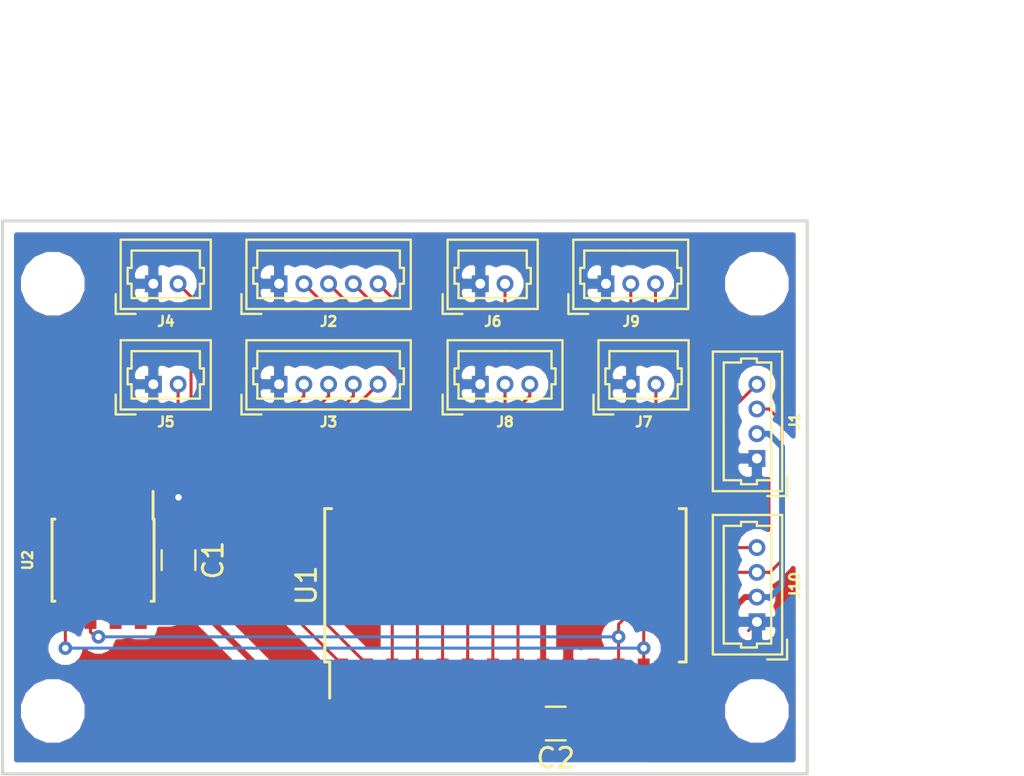
<source format=kicad_pcb>
(kicad_pcb (version 4) (host pcbnew 4.0.7)

  (general
    (links 47)
    (no_connects 1)
    (area 171.374999 45.009999 212.165001 73.100001)
    (thickness 1.6)
    (drawings 8)
    (tracks 208)
    (zones 0)
    (modules 18)
    (nets 24)
  )

  (page A4)
  (layers
    (0 F.Cu signal)
    (31 B.Cu signal)
    (32 B.Adhes user)
    (33 F.Adhes user)
    (34 B.Paste user)
    (35 F.Paste user)
    (36 B.SilkS user)
    (37 F.SilkS user)
    (38 B.Mask user)
    (39 F.Mask user)
    (40 Dwgs.User user)
    (41 Cmts.User user)
    (42 Eco1.User user)
    (43 Eco2.User user)
    (44 Edge.Cuts user)
    (45 Margin user)
    (46 B.CrtYd user hide)
    (47 F.CrtYd user)
    (48 B.Fab user)
    (49 F.Fab user hide)
  )

  (setup
    (last_trace_width 0.1524)
    (trace_clearance 0.1524)
    (zone_clearance 0.508)
    (zone_45_only no)
    (trace_min 0.1524)
    (segment_width 0.2)
    (edge_width 0.15)
    (via_size 0.6858)
    (via_drill 0.3302)
    (via_min_size 0.508)
    (via_min_drill 0.254)
    (uvia_size 0.6858)
    (uvia_drill 0.3302)
    (uvias_allowed no)
    (uvia_min_size 0.2)
    (uvia_min_drill 0.1)
    (pcb_text_width 0.3)
    (pcb_text_size 1 1)
    (mod_edge_width 0.15)
    (mod_text_size 1 1)
    (mod_text_width 0.15)
    (pad_size 1.524 1.524)
    (pad_drill 0.762)
    (pad_to_mask_clearance 0.0508)
    (aux_axis_origin 0 0)
    (visible_elements 7FFFFFFF)
    (pcbplotparams
      (layerselection 0x00030_80000001)
      (usegerberextensions false)
      (excludeedgelayer true)
      (linewidth 0.100000)
      (plotframeref false)
      (viasonmask false)
      (mode 1)
      (useauxorigin false)
      (hpglpennumber 1)
      (hpglpenspeed 20)
      (hpglpendiameter 15)
      (hpglpenoverlay 2)
      (psnegative false)
      (psa4output false)
      (plotreference true)
      (plotvalue true)
      (plotinvisibletext false)
      (padsonsilk false)
      (subtractmaskfromsilk false)
      (outputformat 1)
      (mirror false)
      (drillshape 1)
      (scaleselection 1)
      (outputdirectory ""))
  )

  (net 0 "")
  (net 1 GND)
  (net 2 /SDA)
  (net 3 /SCL)
  (net 4 "Net-(U2-Pad7)")
  (net 5 +3V3)
  (net 6 "Net-(U1-Pad19)")
  (net 7 "Net-(U1-Pad20)")
  (net 8 /J7A)
  (net 9 /J9A)
  (net 10 /J9B)
  (net 11 /J8A)
  (net 12 /J8B)
  (net 13 /J6)
  (net 14 /J2A)
  (net 15 /J2B)
  (net 16 /J2C)
  (net 17 /J2D)
  (net 18 /J3A)
  (net 19 /J3B)
  (net 20 /J3C)
  (net 21 /J3D)
  (net 22 /J4)
  (net 23 /J5)

  (net_class Default "This is the default net class."
    (clearance 0.1524)
    (trace_width 0.1524)
    (via_dia 0.6858)
    (via_drill 0.3302)
    (uvia_dia 0.6858)
    (uvia_drill 0.3302)
    (add_net /J2A)
    (add_net /J2B)
    (add_net /J2C)
    (add_net /J2D)
    (add_net /J3A)
    (add_net /J3B)
    (add_net /J3C)
    (add_net /J3D)
    (add_net /J4)
    (add_net /J5)
    (add_net /J6)
    (add_net /J7A)
    (add_net /J8A)
    (add_net /J8B)
    (add_net /J9A)
    (add_net /J9B)
    (add_net /SCL)
    (add_net /SDA)
    (add_net "Net-(U1-Pad19)")
    (add_net "Net-(U1-Pad20)")
    (add_net "Net-(U2-Pad7)")
  )

  (net_class VCC ""
    (clearance 0.3)
    (trace_width 0.3)
    (via_dia 0.6858)
    (via_drill 0.3302)
    (uvia_dia 0.6858)
    (uvia_drill 0.3302)
    (add_net +3V3)
    (add_net GND)
  )

  (module Housings_SOIC:SOIC-8_3.9x4.9mm_Pitch1.27mm (layer F.Cu) (tedit 5AB71AEC) (tstamp 5AB6A8EB)
    (at 176.53 62.23 270)
    (descr "8-Lead Plastic Small Outline (SN) - Narrow, 3.90 mm Body [SOIC] (see Microchip Packaging Specification 00000049BS.pdf)")
    (tags "SOIC 1.27")
    (path /5AB6B46F)
    (attr smd)
    (fp_text reference U2 (at 0 3.81 270) (layer F.SilkS)
      (effects (font (size 0.5 0.5) (thickness 0.125)))
    )
    (fp_text value 24LC256 (at 0 3.5 270) (layer F.Fab)
      (effects (font (size 1 1) (thickness 0.15)))
    )
    (fp_text user %R (at 0 0 270) (layer F.Fab)
      (effects (font (size 1 1) (thickness 0.15)))
    )
    (fp_line (start -0.95 -2.45) (end 1.95 -2.45) (layer F.Fab) (width 0.1))
    (fp_line (start 1.95 -2.45) (end 1.95 2.45) (layer F.Fab) (width 0.1))
    (fp_line (start 1.95 2.45) (end -1.95 2.45) (layer F.Fab) (width 0.1))
    (fp_line (start -1.95 2.45) (end -1.95 -1.45) (layer F.Fab) (width 0.1))
    (fp_line (start -1.95 -1.45) (end -0.95 -2.45) (layer F.Fab) (width 0.1))
    (fp_line (start -3.73 -2.7) (end -3.73 2.7) (layer F.CrtYd) (width 0.05))
    (fp_line (start 3.73 -2.7) (end 3.73 2.7) (layer F.CrtYd) (width 0.05))
    (fp_line (start -3.73 -2.7) (end 3.73 -2.7) (layer F.CrtYd) (width 0.05))
    (fp_line (start -3.73 2.7) (end 3.73 2.7) (layer F.CrtYd) (width 0.05))
    (fp_line (start -2.075 -2.575) (end -2.075 -2.525) (layer F.SilkS) (width 0.15))
    (fp_line (start 2.075 -2.575) (end 2.075 -2.43) (layer F.SilkS) (width 0.15))
    (fp_line (start 2.075 2.575) (end 2.075 2.43) (layer F.SilkS) (width 0.15))
    (fp_line (start -2.075 2.575) (end -2.075 2.43) (layer F.SilkS) (width 0.15))
    (fp_line (start -2.075 -2.575) (end 2.075 -2.575) (layer F.SilkS) (width 0.15))
    (fp_line (start -2.075 2.575) (end 2.075 2.575) (layer F.SilkS) (width 0.15))
    (fp_line (start -2.075 -2.525) (end -3.475 -2.525) (layer F.SilkS) (width 0.15))
    (pad 1 smd rect (at -2.7 -1.905 270) (size 1.55 0.6) (layers F.Cu F.Paste F.Mask)
      (net 1 GND))
    (pad 2 smd rect (at -2.7 -0.635 270) (size 1.55 0.6) (layers F.Cu F.Paste F.Mask)
      (net 1 GND))
    (pad 3 smd rect (at -2.7 0.635 270) (size 1.55 0.6) (layers F.Cu F.Paste F.Mask)
      (net 1 GND))
    (pad 4 smd rect (at -2.7 1.905 270) (size 1.55 0.6) (layers F.Cu F.Paste F.Mask)
      (net 1 GND))
    (pad 5 smd rect (at 2.7 1.905 270) (size 1.55 0.6) (layers F.Cu F.Paste F.Mask)
      (net 2 /SDA))
    (pad 6 smd rect (at 2.7 0.635 270) (size 1.55 0.6) (layers F.Cu F.Paste F.Mask)
      (net 3 /SCL))
    (pad 7 smd rect (at 2.7 -0.635 270) (size 1.55 0.6) (layers F.Cu F.Paste F.Mask)
      (net 4 "Net-(U2-Pad7)"))
    (pad 8 smd rect (at 2.7 -1.905 270) (size 1.55 0.6) (layers F.Cu F.Paste F.Mask)
      (net 5 +3V3))
    (model ${KISYS3DMOD}/Housings_SOIC.3dshapes/SOIC-8_3.9x4.9mm_Pitch1.27mm.wrl
      (at (xyz 0 0 0))
      (scale (xyz 1 1 1))
      (rotate (xyz 0 0 0))
    )
  )

  (module Capacitors_SMD:C_0805_HandSoldering (layer F.Cu) (tedit 58AA84A8) (tstamp 5AB6ABAD)
    (at 180.34 62.23 270)
    (descr "Capacitor SMD 0805, hand soldering")
    (tags "capacitor 0805")
    (path /5AB6A7EC)
    (attr smd)
    (fp_text reference C1 (at 0 -1.75 270) (layer F.SilkS)
      (effects (font (size 1 1) (thickness 0.15)))
    )
    (fp_text value 1uF (at 0 1.75 270) (layer F.Fab)
      (effects (font (size 1 1) (thickness 0.15)))
    )
    (fp_text user %R (at 0 -1.75 270) (layer F.Fab)
      (effects (font (size 1 1) (thickness 0.15)))
    )
    (fp_line (start -1 0.62) (end -1 -0.62) (layer F.Fab) (width 0.1))
    (fp_line (start 1 0.62) (end -1 0.62) (layer F.Fab) (width 0.1))
    (fp_line (start 1 -0.62) (end 1 0.62) (layer F.Fab) (width 0.1))
    (fp_line (start -1 -0.62) (end 1 -0.62) (layer F.Fab) (width 0.1))
    (fp_line (start 0.5 -0.85) (end -0.5 -0.85) (layer F.SilkS) (width 0.12))
    (fp_line (start -0.5 0.85) (end 0.5 0.85) (layer F.SilkS) (width 0.12))
    (fp_line (start -2.25 -0.88) (end 2.25 -0.88) (layer F.CrtYd) (width 0.05))
    (fp_line (start -2.25 -0.88) (end -2.25 0.87) (layer F.CrtYd) (width 0.05))
    (fp_line (start 2.25 0.87) (end 2.25 -0.88) (layer F.CrtYd) (width 0.05))
    (fp_line (start 2.25 0.87) (end -2.25 0.87) (layer F.CrtYd) (width 0.05))
    (pad 1 smd rect (at -1.25 0 270) (size 1.5 1.25) (layers F.Cu F.Paste F.Mask)
      (net 1 GND))
    (pad 2 smd rect (at 1.25 0 270) (size 1.5 1.25) (layers F.Cu F.Paste F.Mask)
      (net 5 +3V3))
    (model Capacitors_SMD.3dshapes/C_0805.wrl
      (at (xyz 0 0 0))
      (scale (xyz 1 1 1))
      (rotate (xyz 0 0 0))
    )
  )

  (module Capacitors_SMD:C_0805_HandSoldering (layer F.Cu) (tedit 58AA84A8) (tstamp 5AB6ABB3)
    (at 199.39 70.485 180)
    (descr "Capacitor SMD 0805, hand soldering")
    (tags "capacitor 0805")
    (path /5AB6B906)
    (attr smd)
    (fp_text reference C2 (at 0 -1.75 180) (layer F.SilkS)
      (effects (font (size 1 1) (thickness 0.15)))
    )
    (fp_text value 1uF (at 0 1.75 180) (layer F.Fab)
      (effects (font (size 1 1) (thickness 0.15)))
    )
    (fp_text user %R (at 0 -1.75 180) (layer F.Fab)
      (effects (font (size 1 1) (thickness 0.15)))
    )
    (fp_line (start -1 0.62) (end -1 -0.62) (layer F.Fab) (width 0.1))
    (fp_line (start 1 0.62) (end -1 0.62) (layer F.Fab) (width 0.1))
    (fp_line (start 1 -0.62) (end 1 0.62) (layer F.Fab) (width 0.1))
    (fp_line (start -1 -0.62) (end 1 -0.62) (layer F.Fab) (width 0.1))
    (fp_line (start 0.5 -0.85) (end -0.5 -0.85) (layer F.SilkS) (width 0.12))
    (fp_line (start -0.5 0.85) (end 0.5 0.85) (layer F.SilkS) (width 0.12))
    (fp_line (start -2.25 -0.88) (end 2.25 -0.88) (layer F.CrtYd) (width 0.05))
    (fp_line (start -2.25 -0.88) (end -2.25 0.87) (layer F.CrtYd) (width 0.05))
    (fp_line (start 2.25 0.87) (end 2.25 -0.88) (layer F.CrtYd) (width 0.05))
    (fp_line (start 2.25 0.87) (end -2.25 0.87) (layer F.CrtYd) (width 0.05))
    (pad 1 smd rect (at -1.25 0 180) (size 1.5 1.25) (layers F.Cu F.Paste F.Mask)
      (net 1 GND))
    (pad 2 smd rect (at 1.25 0 180) (size 1.5 1.25) (layers F.Cu F.Paste F.Mask)
      (net 5 +3V3))
    (model Capacitors_SMD.3dshapes/C_0805.wrl
      (at (xyz 0 0 0))
      (scale (xyz 1 1 1))
      (rotate (xyz 0 0 0))
    )
  )

  (module Connectors_Molex:Molex_PicoBlade_53047-0410_04x1.25mm_Straight (layer F.Cu) (tedit 5AB6CA4A) (tstamp 5AB6ABBB)
    (at 209.55 57.09 90)
    (descr "Molex PicoBlade, single row, top entry type, through hole, PN:53047-0410")
    (tags "connector molex picoblade")
    (path /5AB6A506)
    (fp_text reference J1 (at 1.875 1.905 90) (layer F.SilkS)
      (effects (font (size 0.5 0.5) (thickness 0.125)))
    )
    (fp_text value Conn_01x04_Male (at 1.875 -3.25 90) (layer F.Fab)
      (effects (font (size 1 1) (thickness 0.15)))
    )
    (fp_line (start -2 -2.55) (end -2 1.6) (layer F.CrtYd) (width 0.05))
    (fp_line (start -2 1.6) (end 5.75 1.6) (layer F.CrtYd) (width 0.05))
    (fp_line (start 5.75 1.6) (end 5.75 -2.55) (layer F.CrtYd) (width 0.05))
    (fp_line (start 5.75 -2.55) (end -2 -2.55) (layer F.CrtYd) (width 0.05))
    (fp_line (start -1.5 -2.075) (end -1.5 1.125) (layer F.Fab) (width 0.1))
    (fp_line (start -1.5 1.125) (end 5.25 1.125) (layer F.Fab) (width 0.1))
    (fp_line (start 5.25 1.125) (end 5.25 -2.075) (layer F.Fab) (width 0.1))
    (fp_line (start 5.25 -2.075) (end -1.5 -2.075) (layer F.Fab) (width 0.1))
    (fp_line (start -1.65 -2.225) (end -1.65 1.275) (layer F.SilkS) (width 0.12))
    (fp_line (start -1.65 1.275) (end 5.4 1.275) (layer F.SilkS) (width 0.12))
    (fp_line (start 5.4 1.275) (end 5.4 -2.225) (layer F.SilkS) (width 0.12))
    (fp_line (start 5.4 -2.225) (end -1.65 -2.225) (layer F.SilkS) (width 0.12))
    (fp_line (start 1.875 0.725) (end -1.1 0.725) (layer F.SilkS) (width 0.12))
    (fp_line (start -1.1 0.725) (end -1.1 0) (layer F.SilkS) (width 0.12))
    (fp_line (start -1.1 0) (end -1.3 0) (layer F.SilkS) (width 0.12))
    (fp_line (start -1.3 0) (end -1.3 -0.8) (layer F.SilkS) (width 0.12))
    (fp_line (start -1.3 -0.8) (end -1.1 -0.8) (layer F.SilkS) (width 0.12))
    (fp_line (start -1.1 -0.8) (end -1.1 -1.675) (layer F.SilkS) (width 0.12))
    (fp_line (start -1.1 -1.675) (end 1.875 -1.675) (layer F.SilkS) (width 0.12))
    (fp_line (start 1.875 0.725) (end 4.85 0.725) (layer F.SilkS) (width 0.12))
    (fp_line (start 4.85 0.725) (end 4.85 0) (layer F.SilkS) (width 0.12))
    (fp_line (start 4.85 0) (end 5.05 0) (layer F.SilkS) (width 0.12))
    (fp_line (start 5.05 0) (end 5.05 -0.8) (layer F.SilkS) (width 0.12))
    (fp_line (start 5.05 -0.8) (end 4.85 -0.8) (layer F.SilkS) (width 0.12))
    (fp_line (start 4.85 -0.8) (end 4.85 -1.675) (layer F.SilkS) (width 0.12))
    (fp_line (start 4.85 -1.675) (end 1.875 -1.675) (layer F.SilkS) (width 0.12))
    (fp_line (start -1.9 1.525) (end -1.9 0.525) (layer F.SilkS) (width 0.12))
    (fp_line (start -1.9 1.525) (end -0.9 1.525) (layer F.SilkS) (width 0.12))
    (fp_text user %R (at 1.875 -1.25 90) (layer F.Fab)
      (effects (font (size 1 1) (thickness 0.15)))
    )
    (pad 1 thru_hole rect (at 0 0 90) (size 0.85 0.85) (drill 0.5) (layers *.Cu *.Mask)
      (net 1 GND))
    (pad 2 thru_hole circle (at 1.25 0 90) (size 0.85 0.85) (drill 0.5) (layers *.Cu *.Mask)
      (net 5 +3V3))
    (pad 3 thru_hole circle (at 2.5 0 90) (size 0.85 0.85) (drill 0.5) (layers *.Cu *.Mask)
      (net 2 /SDA))
    (pad 4 thru_hole circle (at 3.75 0 90) (size 0.85 0.85) (drill 0.5) (layers *.Cu *.Mask)
      (net 3 /SCL))
    (model ${KISYS3DMOD}/Connectors_Molex.3dshapes/Molex_PicoBlade_53047-0410_04x1.25mm_Straight.wrl
      (at (xyz 0 0 0))
      (scale (xyz 1 1 1))
      (rotate (xyz 0 0 0))
    )
  )

  (module Connectors_Molex:Molex_PicoBlade_53047-0510_05x1.25mm_Straight (layer F.Cu) (tedit 5AB6C3D0) (tstamp 5AB6ABC4)
    (at 185.42 48.26)
    (descr "Molex PicoBlade, single row, top entry type, through hole, PN:53047-0510")
    (tags "connector molex picoblade")
    (path /5AB6AA8D)
    (fp_text reference J2 (at 2.5 1.905) (layer F.SilkS)
      (effects (font (size 0.5 0.5) (thickness 0.125)))
    )
    (fp_text value Conn_01x05_Male (at 2.5 -3.25) (layer F.Fab)
      (effects (font (size 1 1) (thickness 0.15)))
    )
    (fp_line (start -2 -2.55) (end -2 1.6) (layer F.CrtYd) (width 0.05))
    (fp_line (start -2 1.6) (end 7 1.6) (layer F.CrtYd) (width 0.05))
    (fp_line (start 7 1.6) (end 7 -2.55) (layer F.CrtYd) (width 0.05))
    (fp_line (start 7 -2.55) (end -2 -2.55) (layer F.CrtYd) (width 0.05))
    (fp_line (start -1.5 -2.075) (end -1.5 1.125) (layer F.Fab) (width 0.1))
    (fp_line (start -1.5 1.125) (end 6.5 1.125) (layer F.Fab) (width 0.1))
    (fp_line (start 6.5 1.125) (end 6.5 -2.075) (layer F.Fab) (width 0.1))
    (fp_line (start 6.5 -2.075) (end -1.5 -2.075) (layer F.Fab) (width 0.1))
    (fp_line (start -1.65 -2.225) (end -1.65 1.275) (layer F.SilkS) (width 0.12))
    (fp_line (start -1.65 1.275) (end 6.65 1.275) (layer F.SilkS) (width 0.12))
    (fp_line (start 6.65 1.275) (end 6.65 -2.225) (layer F.SilkS) (width 0.12))
    (fp_line (start 6.65 -2.225) (end -1.65 -2.225) (layer F.SilkS) (width 0.12))
    (fp_line (start 2.5 0.725) (end -1.1 0.725) (layer F.SilkS) (width 0.12))
    (fp_line (start -1.1 0.725) (end -1.1 0) (layer F.SilkS) (width 0.12))
    (fp_line (start -1.1 0) (end -1.3 0) (layer F.SilkS) (width 0.12))
    (fp_line (start -1.3 0) (end -1.3 -0.8) (layer F.SilkS) (width 0.12))
    (fp_line (start -1.3 -0.8) (end -1.1 -0.8) (layer F.SilkS) (width 0.12))
    (fp_line (start -1.1 -0.8) (end -1.1 -1.675) (layer F.SilkS) (width 0.12))
    (fp_line (start -1.1 -1.675) (end 2.5 -1.675) (layer F.SilkS) (width 0.12))
    (fp_line (start 2.5 0.725) (end 6.1 0.725) (layer F.SilkS) (width 0.12))
    (fp_line (start 6.1 0.725) (end 6.1 0) (layer F.SilkS) (width 0.12))
    (fp_line (start 6.1 0) (end 6.3 0) (layer F.SilkS) (width 0.12))
    (fp_line (start 6.3 0) (end 6.3 -0.8) (layer F.SilkS) (width 0.12))
    (fp_line (start 6.3 -0.8) (end 6.1 -0.8) (layer F.SilkS) (width 0.12))
    (fp_line (start 6.1 -0.8) (end 6.1 -1.675) (layer F.SilkS) (width 0.12))
    (fp_line (start 6.1 -1.675) (end 2.5 -1.675) (layer F.SilkS) (width 0.12))
    (fp_line (start -1.9 1.525) (end -1.9 0.525) (layer F.SilkS) (width 0.12))
    (fp_line (start -1.9 1.525) (end -0.9 1.525) (layer F.SilkS) (width 0.12))
    (fp_text user %R (at 2.5 -1.25) (layer F.Fab)
      (effects (font (size 1 1) (thickness 0.15)))
    )
    (pad 1 thru_hole rect (at 0 0) (size 0.85 0.85) (drill 0.5) (layers *.Cu *.Mask)
      (net 1 GND))
    (pad 2 thru_hole circle (at 1.25 0) (size 0.85 0.85) (drill 0.5) (layers *.Cu *.Mask)
      (net 14 /J2A))
    (pad 3 thru_hole circle (at 2.5 0) (size 0.85 0.85) (drill 0.5) (layers *.Cu *.Mask)
      (net 15 /J2B))
    (pad 4 thru_hole circle (at 3.75 0) (size 0.85 0.85) (drill 0.5) (layers *.Cu *.Mask)
      (net 16 /J2C))
    (pad 5 thru_hole circle (at 5 0) (size 0.85 0.85) (drill 0.5) (layers *.Cu *.Mask)
      (net 17 /J2D))
    (model ${KISYS3DMOD}/Connectors_Molex.3dshapes/Molex_PicoBlade_53047-0510_05x1.25mm_Straight.wrl
      (at (xyz 0 0 0))
      (scale (xyz 1 1 1))
      (rotate (xyz 0 0 0))
    )
  )

  (module Connectors_Molex:Molex_PicoBlade_53047-0510_05x1.25mm_Straight (layer F.Cu) (tedit 5AB6C3ED) (tstamp 5AB6ABCD)
    (at 185.42 53.34)
    (descr "Molex PicoBlade, single row, top entry type, through hole, PN:53047-0510")
    (tags "connector molex picoblade")
    (path /5AB6AAE0)
    (fp_text reference J3 (at 2.5 1.905) (layer F.SilkS)
      (effects (font (size 0.5 0.5) (thickness 0.125)))
    )
    (fp_text value Conn_01x05_Male (at 2.5 -3.25) (layer F.Fab)
      (effects (font (size 1 1) (thickness 0.15)))
    )
    (fp_line (start -2 -2.55) (end -2 1.6) (layer F.CrtYd) (width 0.05))
    (fp_line (start -2 1.6) (end 7 1.6) (layer F.CrtYd) (width 0.05))
    (fp_line (start 7 1.6) (end 7 -2.55) (layer F.CrtYd) (width 0.05))
    (fp_line (start 7 -2.55) (end -2 -2.55) (layer F.CrtYd) (width 0.05))
    (fp_line (start -1.5 -2.075) (end -1.5 1.125) (layer F.Fab) (width 0.1))
    (fp_line (start -1.5 1.125) (end 6.5 1.125) (layer F.Fab) (width 0.1))
    (fp_line (start 6.5 1.125) (end 6.5 -2.075) (layer F.Fab) (width 0.1))
    (fp_line (start 6.5 -2.075) (end -1.5 -2.075) (layer F.Fab) (width 0.1))
    (fp_line (start -1.65 -2.225) (end -1.65 1.275) (layer F.SilkS) (width 0.12))
    (fp_line (start -1.65 1.275) (end 6.65 1.275) (layer F.SilkS) (width 0.12))
    (fp_line (start 6.65 1.275) (end 6.65 -2.225) (layer F.SilkS) (width 0.12))
    (fp_line (start 6.65 -2.225) (end -1.65 -2.225) (layer F.SilkS) (width 0.12))
    (fp_line (start 2.5 0.725) (end -1.1 0.725) (layer F.SilkS) (width 0.12))
    (fp_line (start -1.1 0.725) (end -1.1 0) (layer F.SilkS) (width 0.12))
    (fp_line (start -1.1 0) (end -1.3 0) (layer F.SilkS) (width 0.12))
    (fp_line (start -1.3 0) (end -1.3 -0.8) (layer F.SilkS) (width 0.12))
    (fp_line (start -1.3 -0.8) (end -1.1 -0.8) (layer F.SilkS) (width 0.12))
    (fp_line (start -1.1 -0.8) (end -1.1 -1.675) (layer F.SilkS) (width 0.12))
    (fp_line (start -1.1 -1.675) (end 2.5 -1.675) (layer F.SilkS) (width 0.12))
    (fp_line (start 2.5 0.725) (end 6.1 0.725) (layer F.SilkS) (width 0.12))
    (fp_line (start 6.1 0.725) (end 6.1 0) (layer F.SilkS) (width 0.12))
    (fp_line (start 6.1 0) (end 6.3 0) (layer F.SilkS) (width 0.12))
    (fp_line (start 6.3 0) (end 6.3 -0.8) (layer F.SilkS) (width 0.12))
    (fp_line (start 6.3 -0.8) (end 6.1 -0.8) (layer F.SilkS) (width 0.12))
    (fp_line (start 6.1 -0.8) (end 6.1 -1.675) (layer F.SilkS) (width 0.12))
    (fp_line (start 6.1 -1.675) (end 2.5 -1.675) (layer F.SilkS) (width 0.12))
    (fp_line (start -1.9 1.525) (end -1.9 0.525) (layer F.SilkS) (width 0.12))
    (fp_line (start -1.9 1.525) (end -0.9 1.525) (layer F.SilkS) (width 0.12))
    (fp_text user %R (at 2.5 -1.25) (layer F.Fab)
      (effects (font (size 1 1) (thickness 0.15)))
    )
    (pad 1 thru_hole rect (at 0 0) (size 0.85 0.85) (drill 0.5) (layers *.Cu *.Mask)
      (net 1 GND))
    (pad 2 thru_hole circle (at 1.25 0) (size 0.85 0.85) (drill 0.5) (layers *.Cu *.Mask)
      (net 18 /J3A))
    (pad 3 thru_hole circle (at 2.5 0) (size 0.85 0.85) (drill 0.5) (layers *.Cu *.Mask)
      (net 19 /J3B))
    (pad 4 thru_hole circle (at 3.75 0) (size 0.85 0.85) (drill 0.5) (layers *.Cu *.Mask)
      (net 20 /J3C))
    (pad 5 thru_hole circle (at 5 0) (size 0.85 0.85) (drill 0.5) (layers *.Cu *.Mask)
      (net 21 /J3D))
    (model ${KISYS3DMOD}/Connectors_Molex.3dshapes/Molex_PicoBlade_53047-0510_05x1.25mm_Straight.wrl
      (at (xyz 0 0 0))
      (scale (xyz 1 1 1))
      (rotate (xyz 0 0 0))
    )
  )

  (module Connectors_Molex:Molex_PicoBlade_53047-0210_02x1.25mm_Straight (layer F.Cu) (tedit 5AB6C3DC) (tstamp 5AB6ABD3)
    (at 179.07 48.26)
    (descr "Molex PicoBlade, single row, top entry type, through hole, PN:53047-0210")
    (tags "connector molex picoblade")
    (path /5AB6AB31)
    (fp_text reference J4 (at 0.635 1.905) (layer F.SilkS)
      (effects (font (size 0.5 0.5) (thickness 0.125)))
    )
    (fp_text value Conn_01x02_Male (at 0.625 -3.25) (layer F.Fab)
      (effects (font (size 1 1) (thickness 0.15)))
    )
    (fp_line (start -2 -2.55) (end -2 1.6) (layer F.CrtYd) (width 0.05))
    (fp_line (start -2 1.6) (end 3.25 1.6) (layer F.CrtYd) (width 0.05))
    (fp_line (start 3.25 1.6) (end 3.25 -2.55) (layer F.CrtYd) (width 0.05))
    (fp_line (start 3.25 -2.55) (end -2 -2.55) (layer F.CrtYd) (width 0.05))
    (fp_line (start -1.5 -2.075) (end -1.5 1.125) (layer F.Fab) (width 0.1))
    (fp_line (start -1.5 1.125) (end 2.75 1.125) (layer F.Fab) (width 0.1))
    (fp_line (start 2.75 1.125) (end 2.75 -2.075) (layer F.Fab) (width 0.1))
    (fp_line (start 2.75 -2.075) (end -1.5 -2.075) (layer F.Fab) (width 0.1))
    (fp_line (start -1.65 -2.225) (end -1.65 1.275) (layer F.SilkS) (width 0.12))
    (fp_line (start -1.65 1.275) (end 2.9 1.275) (layer F.SilkS) (width 0.12))
    (fp_line (start 2.9 1.275) (end 2.9 -2.225) (layer F.SilkS) (width 0.12))
    (fp_line (start 2.9 -2.225) (end -1.65 -2.225) (layer F.SilkS) (width 0.12))
    (fp_line (start 0.625 0.725) (end -1.1 0.725) (layer F.SilkS) (width 0.12))
    (fp_line (start -1.1 0.725) (end -1.1 0) (layer F.SilkS) (width 0.12))
    (fp_line (start -1.1 0) (end -1.3 0) (layer F.SilkS) (width 0.12))
    (fp_line (start -1.3 0) (end -1.3 -0.8) (layer F.SilkS) (width 0.12))
    (fp_line (start -1.3 -0.8) (end -1.1 -0.8) (layer F.SilkS) (width 0.12))
    (fp_line (start -1.1 -0.8) (end -1.1 -1.675) (layer F.SilkS) (width 0.12))
    (fp_line (start -1.1 -1.675) (end 0.625 -1.675) (layer F.SilkS) (width 0.12))
    (fp_line (start 0.625 0.725) (end 2.35 0.725) (layer F.SilkS) (width 0.12))
    (fp_line (start 2.35 0.725) (end 2.35 0) (layer F.SilkS) (width 0.12))
    (fp_line (start 2.35 0) (end 2.55 0) (layer F.SilkS) (width 0.12))
    (fp_line (start 2.55 0) (end 2.55 -0.8) (layer F.SilkS) (width 0.12))
    (fp_line (start 2.55 -0.8) (end 2.35 -0.8) (layer F.SilkS) (width 0.12))
    (fp_line (start 2.35 -0.8) (end 2.35 -1.675) (layer F.SilkS) (width 0.12))
    (fp_line (start 2.35 -1.675) (end 0.625 -1.675) (layer F.SilkS) (width 0.12))
    (fp_line (start -1.9 1.525) (end -1.9 0.525) (layer F.SilkS) (width 0.12))
    (fp_line (start -1.9 1.525) (end -0.9 1.525) (layer F.SilkS) (width 0.12))
    (fp_text user %R (at 0.625 -1.25) (layer F.Fab)
      (effects (font (size 1 1) (thickness 0.15)))
    )
    (pad 1 thru_hole rect (at 0 0) (size 0.85 0.85) (drill 0.5) (layers *.Cu *.Mask)
      (net 1 GND))
    (pad 2 thru_hole circle (at 1.25 0) (size 0.85 0.85) (drill 0.5) (layers *.Cu *.Mask)
      (net 22 /J4))
    (model ${KISYS3DMOD}/Connectors_Molex.3dshapes/Molex_PicoBlade_53047-0210_02x1.25mm_Straight.wrl
      (at (xyz 0 0 0))
      (scale (xyz 1 1 1))
      (rotate (xyz 0 0 0))
    )
  )

  (module Connectors_Molex:Molex_PicoBlade_53047-0210_02x1.25mm_Straight (layer F.Cu) (tedit 5AB6C3E3) (tstamp 5AB6ABD9)
    (at 179.07 53.34)
    (descr "Molex PicoBlade, single row, top entry type, through hole, PN:53047-0210")
    (tags "connector molex picoblade")
    (path /5AB6AB9E)
    (fp_text reference J5 (at 0.635 1.905) (layer F.SilkS)
      (effects (font (size 0.5 0.5) (thickness 0.125)))
    )
    (fp_text value Conn_01x02_Male (at 0.625 -3.25) (layer F.Fab)
      (effects (font (size 1 1) (thickness 0.15)))
    )
    (fp_line (start -2 -2.55) (end -2 1.6) (layer F.CrtYd) (width 0.05))
    (fp_line (start -2 1.6) (end 3.25 1.6) (layer F.CrtYd) (width 0.05))
    (fp_line (start 3.25 1.6) (end 3.25 -2.55) (layer F.CrtYd) (width 0.05))
    (fp_line (start 3.25 -2.55) (end -2 -2.55) (layer F.CrtYd) (width 0.05))
    (fp_line (start -1.5 -2.075) (end -1.5 1.125) (layer F.Fab) (width 0.1))
    (fp_line (start -1.5 1.125) (end 2.75 1.125) (layer F.Fab) (width 0.1))
    (fp_line (start 2.75 1.125) (end 2.75 -2.075) (layer F.Fab) (width 0.1))
    (fp_line (start 2.75 -2.075) (end -1.5 -2.075) (layer F.Fab) (width 0.1))
    (fp_line (start -1.65 -2.225) (end -1.65 1.275) (layer F.SilkS) (width 0.12))
    (fp_line (start -1.65 1.275) (end 2.9 1.275) (layer F.SilkS) (width 0.12))
    (fp_line (start 2.9 1.275) (end 2.9 -2.225) (layer F.SilkS) (width 0.12))
    (fp_line (start 2.9 -2.225) (end -1.65 -2.225) (layer F.SilkS) (width 0.12))
    (fp_line (start 0.625 0.725) (end -1.1 0.725) (layer F.SilkS) (width 0.12))
    (fp_line (start -1.1 0.725) (end -1.1 0) (layer F.SilkS) (width 0.12))
    (fp_line (start -1.1 0) (end -1.3 0) (layer F.SilkS) (width 0.12))
    (fp_line (start -1.3 0) (end -1.3 -0.8) (layer F.SilkS) (width 0.12))
    (fp_line (start -1.3 -0.8) (end -1.1 -0.8) (layer F.SilkS) (width 0.12))
    (fp_line (start -1.1 -0.8) (end -1.1 -1.675) (layer F.SilkS) (width 0.12))
    (fp_line (start -1.1 -1.675) (end 0.625 -1.675) (layer F.SilkS) (width 0.12))
    (fp_line (start 0.625 0.725) (end 2.35 0.725) (layer F.SilkS) (width 0.12))
    (fp_line (start 2.35 0.725) (end 2.35 0) (layer F.SilkS) (width 0.12))
    (fp_line (start 2.35 0) (end 2.55 0) (layer F.SilkS) (width 0.12))
    (fp_line (start 2.55 0) (end 2.55 -0.8) (layer F.SilkS) (width 0.12))
    (fp_line (start 2.55 -0.8) (end 2.35 -0.8) (layer F.SilkS) (width 0.12))
    (fp_line (start 2.35 -0.8) (end 2.35 -1.675) (layer F.SilkS) (width 0.12))
    (fp_line (start 2.35 -1.675) (end 0.625 -1.675) (layer F.SilkS) (width 0.12))
    (fp_line (start -1.9 1.525) (end -1.9 0.525) (layer F.SilkS) (width 0.12))
    (fp_line (start -1.9 1.525) (end -0.9 1.525) (layer F.SilkS) (width 0.12))
    (fp_text user %R (at 0.625 -1.25) (layer F.Fab)
      (effects (font (size 1 1) (thickness 0.15)))
    )
    (pad 1 thru_hole rect (at 0 0) (size 0.85 0.85) (drill 0.5) (layers *.Cu *.Mask)
      (net 1 GND))
    (pad 2 thru_hole circle (at 1.25 0) (size 0.85 0.85) (drill 0.5) (layers *.Cu *.Mask)
      (net 23 /J5))
    (model ${KISYS3DMOD}/Connectors_Molex.3dshapes/Molex_PicoBlade_53047-0210_02x1.25mm_Straight.wrl
      (at (xyz 0 0 0))
      (scale (xyz 1 1 1))
      (rotate (xyz 0 0 0))
    )
  )

  (module Connectors_Molex:Molex_PicoBlade_53047-0210_02x1.25mm_Straight (layer F.Cu) (tedit 5AB6CA0C) (tstamp 5AB6ABDF)
    (at 195.58 48.26)
    (descr "Molex PicoBlade, single row, top entry type, through hole, PN:53047-0210")
    (tags "connector molex picoblade")
    (path /5AB6ABFD)
    (fp_text reference J6 (at 0.635 1.905) (layer F.SilkS)
      (effects (font (size 0.5 0.5) (thickness 0.125)))
    )
    (fp_text value Conn_01x02_Male (at 0.625 -3.25) (layer F.Fab)
      (effects (font (size 1 1) (thickness 0.15)))
    )
    (fp_line (start -2 -2.55) (end -2 1.6) (layer F.CrtYd) (width 0.05))
    (fp_line (start -2 1.6) (end 3.25 1.6) (layer F.CrtYd) (width 0.05))
    (fp_line (start 3.25 1.6) (end 3.25 -2.55) (layer F.CrtYd) (width 0.05))
    (fp_line (start 3.25 -2.55) (end -2 -2.55) (layer F.CrtYd) (width 0.05))
    (fp_line (start -1.5 -2.075) (end -1.5 1.125) (layer F.Fab) (width 0.1))
    (fp_line (start -1.5 1.125) (end 2.75 1.125) (layer F.Fab) (width 0.1))
    (fp_line (start 2.75 1.125) (end 2.75 -2.075) (layer F.Fab) (width 0.1))
    (fp_line (start 2.75 -2.075) (end -1.5 -2.075) (layer F.Fab) (width 0.1))
    (fp_line (start -1.65 -2.225) (end -1.65 1.275) (layer F.SilkS) (width 0.12))
    (fp_line (start -1.65 1.275) (end 2.9 1.275) (layer F.SilkS) (width 0.12))
    (fp_line (start 2.9 1.275) (end 2.9 -2.225) (layer F.SilkS) (width 0.12))
    (fp_line (start 2.9 -2.225) (end -1.65 -2.225) (layer F.SilkS) (width 0.12))
    (fp_line (start 0.625 0.725) (end -1.1 0.725) (layer F.SilkS) (width 0.12))
    (fp_line (start -1.1 0.725) (end -1.1 0) (layer F.SilkS) (width 0.12))
    (fp_line (start -1.1 0) (end -1.3 0) (layer F.SilkS) (width 0.12))
    (fp_line (start -1.3 0) (end -1.3 -0.8) (layer F.SilkS) (width 0.12))
    (fp_line (start -1.3 -0.8) (end -1.1 -0.8) (layer F.SilkS) (width 0.12))
    (fp_line (start -1.1 -0.8) (end -1.1 -1.675) (layer F.SilkS) (width 0.12))
    (fp_line (start -1.1 -1.675) (end 0.625 -1.675) (layer F.SilkS) (width 0.12))
    (fp_line (start 0.625 0.725) (end 2.35 0.725) (layer F.SilkS) (width 0.12))
    (fp_line (start 2.35 0.725) (end 2.35 0) (layer F.SilkS) (width 0.12))
    (fp_line (start 2.35 0) (end 2.55 0) (layer F.SilkS) (width 0.12))
    (fp_line (start 2.55 0) (end 2.55 -0.8) (layer F.SilkS) (width 0.12))
    (fp_line (start 2.55 -0.8) (end 2.35 -0.8) (layer F.SilkS) (width 0.12))
    (fp_line (start 2.35 -0.8) (end 2.35 -1.675) (layer F.SilkS) (width 0.12))
    (fp_line (start 2.35 -1.675) (end 0.625 -1.675) (layer F.SilkS) (width 0.12))
    (fp_line (start -1.9 1.525) (end -1.9 0.525) (layer F.SilkS) (width 0.12))
    (fp_line (start -1.9 1.525) (end -0.9 1.525) (layer F.SilkS) (width 0.12))
    (fp_text user %R (at 0.625 -1.25) (layer F.Fab)
      (effects (font (size 1 1) (thickness 0.15)))
    )
    (pad 1 thru_hole rect (at 0 0) (size 0.85 0.85) (drill 0.5) (layers *.Cu *.Mask)
      (net 1 GND))
    (pad 2 thru_hole circle (at 1.25 0) (size 0.85 0.85) (drill 0.5) (layers *.Cu *.Mask)
      (net 13 /J6))
    (model ${KISYS3DMOD}/Connectors_Molex.3dshapes/Molex_PicoBlade_53047-0210_02x1.25mm_Straight.wrl
      (at (xyz 0 0 0))
      (scale (xyz 1 1 1))
      (rotate (xyz 0 0 0))
    )
  )

  (module Connectors_Molex:Molex_PicoBlade_53047-0210_02x1.25mm_Straight (layer F.Cu) (tedit 5AB6CA39) (tstamp 5AB6ABE5)
    (at 203.2 53.34)
    (descr "Molex PicoBlade, single row, top entry type, through hole, PN:53047-0210")
    (tags "connector molex picoblade")
    (path /5AB6AC86)
    (fp_text reference J7 (at 0.635 1.905) (layer F.SilkS)
      (effects (font (size 0.5 0.5) (thickness 0.125)))
    )
    (fp_text value Conn_01x02_Male (at 0.625 -3.25) (layer F.Fab)
      (effects (font (size 1 1) (thickness 0.15)))
    )
    (fp_line (start -2 -2.55) (end -2 1.6) (layer F.CrtYd) (width 0.05))
    (fp_line (start -2 1.6) (end 3.25 1.6) (layer F.CrtYd) (width 0.05))
    (fp_line (start 3.25 1.6) (end 3.25 -2.55) (layer F.CrtYd) (width 0.05))
    (fp_line (start 3.25 -2.55) (end -2 -2.55) (layer F.CrtYd) (width 0.05))
    (fp_line (start -1.5 -2.075) (end -1.5 1.125) (layer F.Fab) (width 0.1))
    (fp_line (start -1.5 1.125) (end 2.75 1.125) (layer F.Fab) (width 0.1))
    (fp_line (start 2.75 1.125) (end 2.75 -2.075) (layer F.Fab) (width 0.1))
    (fp_line (start 2.75 -2.075) (end -1.5 -2.075) (layer F.Fab) (width 0.1))
    (fp_line (start -1.65 -2.225) (end -1.65 1.275) (layer F.SilkS) (width 0.12))
    (fp_line (start -1.65 1.275) (end 2.9 1.275) (layer F.SilkS) (width 0.12))
    (fp_line (start 2.9 1.275) (end 2.9 -2.225) (layer F.SilkS) (width 0.12))
    (fp_line (start 2.9 -2.225) (end -1.65 -2.225) (layer F.SilkS) (width 0.12))
    (fp_line (start 0.625 0.725) (end -1.1 0.725) (layer F.SilkS) (width 0.12))
    (fp_line (start -1.1 0.725) (end -1.1 0) (layer F.SilkS) (width 0.12))
    (fp_line (start -1.1 0) (end -1.3 0) (layer F.SilkS) (width 0.12))
    (fp_line (start -1.3 0) (end -1.3 -0.8) (layer F.SilkS) (width 0.12))
    (fp_line (start -1.3 -0.8) (end -1.1 -0.8) (layer F.SilkS) (width 0.12))
    (fp_line (start -1.1 -0.8) (end -1.1 -1.675) (layer F.SilkS) (width 0.12))
    (fp_line (start -1.1 -1.675) (end 0.625 -1.675) (layer F.SilkS) (width 0.12))
    (fp_line (start 0.625 0.725) (end 2.35 0.725) (layer F.SilkS) (width 0.12))
    (fp_line (start 2.35 0.725) (end 2.35 0) (layer F.SilkS) (width 0.12))
    (fp_line (start 2.35 0) (end 2.55 0) (layer F.SilkS) (width 0.12))
    (fp_line (start 2.55 0) (end 2.55 -0.8) (layer F.SilkS) (width 0.12))
    (fp_line (start 2.55 -0.8) (end 2.35 -0.8) (layer F.SilkS) (width 0.12))
    (fp_line (start 2.35 -0.8) (end 2.35 -1.675) (layer F.SilkS) (width 0.12))
    (fp_line (start 2.35 -1.675) (end 0.625 -1.675) (layer F.SilkS) (width 0.12))
    (fp_line (start -1.9 1.525) (end -1.9 0.525) (layer F.SilkS) (width 0.12))
    (fp_line (start -1.9 1.525) (end -0.9 1.525) (layer F.SilkS) (width 0.12))
    (fp_text user %R (at 0.625 -1.25) (layer F.Fab)
      (effects (font (size 1 1) (thickness 0.15)))
    )
    (pad 1 thru_hole rect (at 0 0) (size 0.85 0.85) (drill 0.5) (layers *.Cu *.Mask)
      (net 1 GND))
    (pad 2 thru_hole circle (at 1.25 0) (size 0.85 0.85) (drill 0.5) (layers *.Cu *.Mask)
      (net 8 /J7A))
    (model ${KISYS3DMOD}/Connectors_Molex.3dshapes/Molex_PicoBlade_53047-0210_02x1.25mm_Straight.wrl
      (at (xyz 0 0 0))
      (scale (xyz 1 1 1))
      (rotate (xyz 0 0 0))
    )
  )

  (module Connectors_Molex:Molex_PicoBlade_53047-0310_03x1.25mm_Straight (layer F.Cu) (tedit 5AB6CA2F) (tstamp 5AB6ABEC)
    (at 195.58 53.34)
    (descr "Molex PicoBlade, single row, top entry type, through hole, PN:53047-0310")
    (tags "connector molex picoblade")
    (path /5AB6ACF5)
    (fp_text reference J8 (at 1.25 1.905) (layer F.SilkS)
      (effects (font (size 0.5 0.5) (thickness 0.125)))
    )
    (fp_text value Conn_01x03_Male (at 1.25 -3.25) (layer F.Fab)
      (effects (font (size 1 1) (thickness 0.15)))
    )
    (fp_line (start -2 -2.55) (end -2 1.6) (layer F.CrtYd) (width 0.05))
    (fp_line (start -2 1.6) (end 4.5 1.6) (layer F.CrtYd) (width 0.05))
    (fp_line (start 4.5 1.6) (end 4.5 -2.55) (layer F.CrtYd) (width 0.05))
    (fp_line (start 4.5 -2.55) (end -2 -2.55) (layer F.CrtYd) (width 0.05))
    (fp_line (start -1.5 -2.075) (end -1.5 1.125) (layer F.Fab) (width 0.1))
    (fp_line (start -1.5 1.125) (end 4 1.125) (layer F.Fab) (width 0.1))
    (fp_line (start 4 1.125) (end 4 -2.075) (layer F.Fab) (width 0.1))
    (fp_line (start 4 -2.075) (end -1.5 -2.075) (layer F.Fab) (width 0.1))
    (fp_line (start -1.65 -2.225) (end -1.65 1.275) (layer F.SilkS) (width 0.12))
    (fp_line (start -1.65 1.275) (end 4.15 1.275) (layer F.SilkS) (width 0.12))
    (fp_line (start 4.15 1.275) (end 4.15 -2.225) (layer F.SilkS) (width 0.12))
    (fp_line (start 4.15 -2.225) (end -1.65 -2.225) (layer F.SilkS) (width 0.12))
    (fp_line (start 1.25 0.725) (end -1.1 0.725) (layer F.SilkS) (width 0.12))
    (fp_line (start -1.1 0.725) (end -1.1 0) (layer F.SilkS) (width 0.12))
    (fp_line (start -1.1 0) (end -1.3 0) (layer F.SilkS) (width 0.12))
    (fp_line (start -1.3 0) (end -1.3 -0.8) (layer F.SilkS) (width 0.12))
    (fp_line (start -1.3 -0.8) (end -1.1 -0.8) (layer F.SilkS) (width 0.12))
    (fp_line (start -1.1 -0.8) (end -1.1 -1.675) (layer F.SilkS) (width 0.12))
    (fp_line (start -1.1 -1.675) (end 1.25 -1.675) (layer F.SilkS) (width 0.12))
    (fp_line (start 1.25 0.725) (end 3.6 0.725) (layer F.SilkS) (width 0.12))
    (fp_line (start 3.6 0.725) (end 3.6 0) (layer F.SilkS) (width 0.12))
    (fp_line (start 3.6 0) (end 3.8 0) (layer F.SilkS) (width 0.12))
    (fp_line (start 3.8 0) (end 3.8 -0.8) (layer F.SilkS) (width 0.12))
    (fp_line (start 3.8 -0.8) (end 3.6 -0.8) (layer F.SilkS) (width 0.12))
    (fp_line (start 3.6 -0.8) (end 3.6 -1.675) (layer F.SilkS) (width 0.12))
    (fp_line (start 3.6 -1.675) (end 1.25 -1.675) (layer F.SilkS) (width 0.12))
    (fp_line (start -1.9 1.525) (end -1.9 0.525) (layer F.SilkS) (width 0.12))
    (fp_line (start -1.9 1.525) (end -0.9 1.525) (layer F.SilkS) (width 0.12))
    (fp_text user %R (at 1.25 -1.25) (layer F.Fab)
      (effects (font (size 1 1) (thickness 0.15)))
    )
    (pad 1 thru_hole rect (at 0 0) (size 0.85 0.85) (drill 0.5) (layers *.Cu *.Mask)
      (net 1 GND))
    (pad 2 thru_hole circle (at 1.25 0) (size 0.85 0.85) (drill 0.5) (layers *.Cu *.Mask)
      (net 11 /J8A))
    (pad 3 thru_hole circle (at 2.5 0) (size 0.85 0.85) (drill 0.5) (layers *.Cu *.Mask)
      (net 12 /J8B))
    (model ${KISYS3DMOD}/Connectors_Molex.3dshapes/Molex_PicoBlade_53047-0310_03x1.25mm_Straight.wrl
      (at (xyz 0 0 0))
      (scale (xyz 1 1 1))
      (rotate (xyz 0 0 0))
    )
  )

  (module Connectors_Molex:Molex_PicoBlade_53047-0310_03x1.25mm_Straight (layer F.Cu) (tedit 5AB6CA16) (tstamp 5AB6ABF3)
    (at 201.93 48.26)
    (descr "Molex PicoBlade, single row, top entry type, through hole, PN:53047-0310")
    (tags "connector molex picoblade")
    (path /5AB6AD20)
    (fp_text reference J9 (at 1.27 1.905) (layer F.SilkS)
      (effects (font (size 0.5 0.5) (thickness 0.125)))
    )
    (fp_text value Conn_01x03_Male (at 1.25 -3.25) (layer F.Fab)
      (effects (font (size 1 1) (thickness 0.15)))
    )
    (fp_line (start -2 -2.55) (end -2 1.6) (layer F.CrtYd) (width 0.05))
    (fp_line (start -2 1.6) (end 4.5 1.6) (layer F.CrtYd) (width 0.05))
    (fp_line (start 4.5 1.6) (end 4.5 -2.55) (layer F.CrtYd) (width 0.05))
    (fp_line (start 4.5 -2.55) (end -2 -2.55) (layer F.CrtYd) (width 0.05))
    (fp_line (start -1.5 -2.075) (end -1.5 1.125) (layer F.Fab) (width 0.1))
    (fp_line (start -1.5 1.125) (end 4 1.125) (layer F.Fab) (width 0.1))
    (fp_line (start 4 1.125) (end 4 -2.075) (layer F.Fab) (width 0.1))
    (fp_line (start 4 -2.075) (end -1.5 -2.075) (layer F.Fab) (width 0.1))
    (fp_line (start -1.65 -2.225) (end -1.65 1.275) (layer F.SilkS) (width 0.12))
    (fp_line (start -1.65 1.275) (end 4.15 1.275) (layer F.SilkS) (width 0.12))
    (fp_line (start 4.15 1.275) (end 4.15 -2.225) (layer F.SilkS) (width 0.12))
    (fp_line (start 4.15 -2.225) (end -1.65 -2.225) (layer F.SilkS) (width 0.12))
    (fp_line (start 1.25 0.725) (end -1.1 0.725) (layer F.SilkS) (width 0.12))
    (fp_line (start -1.1 0.725) (end -1.1 0) (layer F.SilkS) (width 0.12))
    (fp_line (start -1.1 0) (end -1.3 0) (layer F.SilkS) (width 0.12))
    (fp_line (start -1.3 0) (end -1.3 -0.8) (layer F.SilkS) (width 0.12))
    (fp_line (start -1.3 -0.8) (end -1.1 -0.8) (layer F.SilkS) (width 0.12))
    (fp_line (start -1.1 -0.8) (end -1.1 -1.675) (layer F.SilkS) (width 0.12))
    (fp_line (start -1.1 -1.675) (end 1.25 -1.675) (layer F.SilkS) (width 0.12))
    (fp_line (start 1.25 0.725) (end 3.6 0.725) (layer F.SilkS) (width 0.12))
    (fp_line (start 3.6 0.725) (end 3.6 0) (layer F.SilkS) (width 0.12))
    (fp_line (start 3.6 0) (end 3.8 0) (layer F.SilkS) (width 0.12))
    (fp_line (start 3.8 0) (end 3.8 -0.8) (layer F.SilkS) (width 0.12))
    (fp_line (start 3.8 -0.8) (end 3.6 -0.8) (layer F.SilkS) (width 0.12))
    (fp_line (start 3.6 -0.8) (end 3.6 -1.675) (layer F.SilkS) (width 0.12))
    (fp_line (start 3.6 -1.675) (end 1.25 -1.675) (layer F.SilkS) (width 0.12))
    (fp_line (start -1.9 1.525) (end -1.9 0.525) (layer F.SilkS) (width 0.12))
    (fp_line (start -1.9 1.525) (end -0.9 1.525) (layer F.SilkS) (width 0.12))
    (fp_text user %R (at 1.25 -1.25) (layer F.Fab)
      (effects (font (size 1 1) (thickness 0.15)))
    )
    (pad 1 thru_hole rect (at 0 0) (size 0.85 0.85) (drill 0.5) (layers *.Cu *.Mask)
      (net 1 GND))
    (pad 2 thru_hole circle (at 1.25 0) (size 0.85 0.85) (drill 0.5) (layers *.Cu *.Mask)
      (net 9 /J9A))
    (pad 3 thru_hole circle (at 2.5 0) (size 0.85 0.85) (drill 0.5) (layers *.Cu *.Mask)
      (net 10 /J9B))
    (model ${KISYS3DMOD}/Connectors_Molex.3dshapes/Molex_PicoBlade_53047-0310_03x1.25mm_Straight.wrl
      (at (xyz 0 0 0))
      (scale (xyz 1 1 1))
      (rotate (xyz 0 0 0))
    )
  )

  (module Connectors_Molex:Molex_PicoBlade_53047-0410_04x1.25mm_Straight (layer F.Cu) (tedit 5AB6CA5A) (tstamp 5AB6AE29)
    (at 209.55 65.345 90)
    (descr "Molex PicoBlade, single row, top entry type, through hole, PN:53047-0410")
    (tags "connector molex picoblade")
    (path /5AB6BF9B)
    (fp_text reference J10 (at 1.845 1.905 90) (layer F.SilkS)
      (effects (font (size 0.5 0.5) (thickness 0.125)))
    )
    (fp_text value Conn_01x04_Male (at 1.875 -3.25 90) (layer F.Fab)
      (effects (font (size 1 1) (thickness 0.15)))
    )
    (fp_line (start -2 -2.55) (end -2 1.6) (layer F.CrtYd) (width 0.05))
    (fp_line (start -2 1.6) (end 5.75 1.6) (layer F.CrtYd) (width 0.05))
    (fp_line (start 5.75 1.6) (end 5.75 -2.55) (layer F.CrtYd) (width 0.05))
    (fp_line (start 5.75 -2.55) (end -2 -2.55) (layer F.CrtYd) (width 0.05))
    (fp_line (start -1.5 -2.075) (end -1.5 1.125) (layer F.Fab) (width 0.1))
    (fp_line (start -1.5 1.125) (end 5.25 1.125) (layer F.Fab) (width 0.1))
    (fp_line (start 5.25 1.125) (end 5.25 -2.075) (layer F.Fab) (width 0.1))
    (fp_line (start 5.25 -2.075) (end -1.5 -2.075) (layer F.Fab) (width 0.1))
    (fp_line (start -1.65 -2.225) (end -1.65 1.275) (layer F.SilkS) (width 0.12))
    (fp_line (start -1.65 1.275) (end 5.4 1.275) (layer F.SilkS) (width 0.12))
    (fp_line (start 5.4 1.275) (end 5.4 -2.225) (layer F.SilkS) (width 0.12))
    (fp_line (start 5.4 -2.225) (end -1.65 -2.225) (layer F.SilkS) (width 0.12))
    (fp_line (start 1.875 0.725) (end -1.1 0.725) (layer F.SilkS) (width 0.12))
    (fp_line (start -1.1 0.725) (end -1.1 0) (layer F.SilkS) (width 0.12))
    (fp_line (start -1.1 0) (end -1.3 0) (layer F.SilkS) (width 0.12))
    (fp_line (start -1.3 0) (end -1.3 -0.8) (layer F.SilkS) (width 0.12))
    (fp_line (start -1.3 -0.8) (end -1.1 -0.8) (layer F.SilkS) (width 0.12))
    (fp_line (start -1.1 -0.8) (end -1.1 -1.675) (layer F.SilkS) (width 0.12))
    (fp_line (start -1.1 -1.675) (end 1.875 -1.675) (layer F.SilkS) (width 0.12))
    (fp_line (start 1.875 0.725) (end 4.85 0.725) (layer F.SilkS) (width 0.12))
    (fp_line (start 4.85 0.725) (end 4.85 0) (layer F.SilkS) (width 0.12))
    (fp_line (start 4.85 0) (end 5.05 0) (layer F.SilkS) (width 0.12))
    (fp_line (start 5.05 0) (end 5.05 -0.8) (layer F.SilkS) (width 0.12))
    (fp_line (start 5.05 -0.8) (end 4.85 -0.8) (layer F.SilkS) (width 0.12))
    (fp_line (start 4.85 -0.8) (end 4.85 -1.675) (layer F.SilkS) (width 0.12))
    (fp_line (start 4.85 -1.675) (end 1.875 -1.675) (layer F.SilkS) (width 0.12))
    (fp_line (start -1.9 1.525) (end -1.9 0.525) (layer F.SilkS) (width 0.12))
    (fp_line (start -1.9 1.525) (end -0.9 1.525) (layer F.SilkS) (width 0.12))
    (fp_text user %R (at 1.875 -1.25 90) (layer F.Fab)
      (effects (font (size 1 1) (thickness 0.15)))
    )
    (pad 1 thru_hole rect (at 0 0 90) (size 0.85 0.85) (drill 0.5) (layers *.Cu *.Mask)
      (net 1 GND))
    (pad 2 thru_hole circle (at 1.25 0 90) (size 0.85 0.85) (drill 0.5) (layers *.Cu *.Mask)
      (net 5 +3V3))
    (pad 3 thru_hole circle (at 2.5 0 90) (size 0.85 0.85) (drill 0.5) (layers *.Cu *.Mask)
      (net 2 /SDA))
    (pad 4 thru_hole circle (at 3.75 0 90) (size 0.85 0.85) (drill 0.5) (layers *.Cu *.Mask)
      (net 3 /SCL))
    (model ${KISYS3DMOD}/Connectors_Molex.3dshapes/Molex_PicoBlade_53047-0410_04x1.25mm_Straight.wrl
      (at (xyz 0 0 0))
      (scale (xyz 1 1 1))
      (rotate (xyz 0 0 0))
    )
  )

  (module Mounting_Holes:MountingHole_2.2mm_M2 (layer F.Cu) (tedit 5AB71ACA) (tstamp 5AB6AE35)
    (at 173.99 48.26)
    (descr "Mounting Hole 2.2mm, no annular, M2")
    (tags "mounting hole 2.2mm no annular m2")
    (attr virtual)
    (fp_text reference REF** (at 0 -3.2) (layer Cmts.User)
      (effects (font (size 1 1) (thickness 0.15)))
    )
    (fp_text value MountingHole_2.2mm_M2 (at 0 3.2) (layer F.Fab)
      (effects (font (size 1 1) (thickness 0.15)))
    )
    (fp_text user %R (at 0.3 0) (layer F.Fab)
      (effects (font (size 1 1) (thickness 0.15)))
    )
    (fp_circle (center 0 0) (end 2.2 0) (layer Cmts.User) (width 0.15))
    (fp_circle (center 0 0) (end 2.45 0) (layer F.CrtYd) (width 0.05))
    (pad 1 np_thru_hole circle (at 0 0) (size 2.2 2.2) (drill 2.2) (layers *.Cu *.Mask))
  )

  (module Mounting_Holes:MountingHole_2.2mm_M2 (layer F.Cu) (tedit 5AB71AD5) (tstamp 5AB6AE40)
    (at 173.99 69.85)
    (descr "Mounting Hole 2.2mm, no annular, M2")
    (tags "mounting hole 2.2mm no annular m2")
    (attr virtual)
    (fp_text reference REF** (at 0 -3.2) (layer Cmts.User)
      (effects (font (size 1 1) (thickness 0.15)))
    )
    (fp_text value MountingHole_2.2mm_M2 (at 0 3.2) (layer F.Fab)
      (effects (font (size 1 1) (thickness 0.15)))
    )
    (fp_text user %R (at 0.3 0) (layer F.Fab)
      (effects (font (size 1 1) (thickness 0.15)))
    )
    (fp_circle (center 0 0) (end 2.2 0) (layer Cmts.User) (width 0.15))
    (fp_circle (center 0 0) (end 2.45 0) (layer F.CrtYd) (width 0.05))
    (pad 1 np_thru_hole circle (at 0 0) (size 2.2 2.2) (drill 2.2) (layers *.Cu *.Mask))
  )

  (module Mounting_Holes:MountingHole_2.2mm_M2 (layer F.Cu) (tedit 5AB71ADA) (tstamp 5AB6AE45)
    (at 209.55 69.85)
    (descr "Mounting Hole 2.2mm, no annular, M2")
    (tags "mounting hole 2.2mm no annular m2")
    (attr virtual)
    (fp_text reference REF** (at 0 -3.2) (layer Cmts.User)
      (effects (font (size 1 1) (thickness 0.15)))
    )
    (fp_text value MountingHole_2.2mm_M2 (at 0 3.2) (layer F.Fab)
      (effects (font (size 1 1) (thickness 0.15)))
    )
    (fp_text user %R (at 0.3 0) (layer F.Fab)
      (effects (font (size 1 1) (thickness 0.15)))
    )
    (fp_circle (center 0 0) (end 2.2 0) (layer Cmts.User) (width 0.15))
    (fp_circle (center 0 0) (end 2.45 0) (layer F.CrtYd) (width 0.05))
    (pad 1 np_thru_hole circle (at 0 0) (size 2.2 2.2) (drill 2.2) (layers *.Cu *.Mask))
  )

  (module Mounting_Holes:MountingHole_2.2mm_M2 (layer F.Cu) (tedit 5AB71AC0) (tstamp 5AB6AE4B)
    (at 209.55 48.26)
    (descr "Mounting Hole 2.2mm, no annular, M2")
    (tags "mounting hole 2.2mm no annular m2")
    (attr virtual)
    (fp_text reference REF** (at 0 -3.2) (layer Cmts.User)
      (effects (font (size 1 1) (thickness 0.15)))
    )
    (fp_text value MountingHole_2.2mm_M2 (at 0 3.2) (layer F.Fab)
      (effects (font (size 1 1) (thickness 0.15)))
    )
    (fp_text user %R (at 0.3 0) (layer F.Fab)
      (effects (font (size 1 1) (thickness 0.15)))
    )
    (fp_circle (center 0 0) (end 2.2 0) (layer Cmts.User) (width 0.15))
    (fp_circle (center 0 0) (end 2.45 0) (layer F.CrtYd) (width 0.05))
    (pad 1 np_thru_hole circle (at 0 0) (size 2.2 2.2) (drill 2.2) (layers *.Cu *.Mask))
  )

  (module Housings_SOIC:SOIC-28W_7.5x17.9mm_Pitch1.27mm (layer F.Cu) (tedit 58CC8F64) (tstamp 5AC81AD6)
    (at 196.85 63.5 90)
    (descr "28-Lead Plastic Small Outline (SO) - Wide, 7.50 mm Body [SOIC] (see Microchip Packaging Specification 00000049BS.pdf)")
    (tags "SOIC 1.27")
    (path /5AB6A483)
    (attr smd)
    (fp_text reference U1 (at 0 -10.05 90) (layer F.SilkS)
      (effects (font (size 1 1) (thickness 0.15)))
    )
    (fp_text value MCP23017 (at 0 10.05 90) (layer F.Fab)
      (effects (font (size 1 1) (thickness 0.15)))
    )
    (fp_text user %R (at 0 0 90) (layer F.Fab)
      (effects (font (size 1 1) (thickness 0.15)))
    )
    (fp_line (start -2.75 -8.95) (end 3.75 -8.95) (layer F.Fab) (width 0.15))
    (fp_line (start 3.75 -8.95) (end 3.75 8.95) (layer F.Fab) (width 0.15))
    (fp_line (start 3.75 8.95) (end -3.75 8.95) (layer F.Fab) (width 0.15))
    (fp_line (start -3.75 8.95) (end -3.75 -7.95) (layer F.Fab) (width 0.15))
    (fp_line (start -3.75 -7.95) (end -2.75 -8.95) (layer F.Fab) (width 0.15))
    (fp_line (start -5.95 -9.3) (end -5.95 9.3) (layer F.CrtYd) (width 0.05))
    (fp_line (start 5.95 -9.3) (end 5.95 9.3) (layer F.CrtYd) (width 0.05))
    (fp_line (start -5.95 -9.3) (end 5.95 -9.3) (layer F.CrtYd) (width 0.05))
    (fp_line (start -5.95 9.3) (end 5.95 9.3) (layer F.CrtYd) (width 0.05))
    (fp_line (start -3.875 -9.125) (end -3.875 -8.875) (layer F.SilkS) (width 0.15))
    (fp_line (start 3.875 -9.125) (end 3.875 -8.78) (layer F.SilkS) (width 0.15))
    (fp_line (start 3.875 9.125) (end 3.875 8.78) (layer F.SilkS) (width 0.15))
    (fp_line (start -3.875 9.125) (end -3.875 8.78) (layer F.SilkS) (width 0.15))
    (fp_line (start -3.875 -9.125) (end 3.875 -9.125) (layer F.SilkS) (width 0.15))
    (fp_line (start -3.875 9.125) (end 3.875 9.125) (layer F.SilkS) (width 0.15))
    (fp_line (start -3.875 -8.875) (end -5.7 -8.875) (layer F.SilkS) (width 0.15))
    (pad 1 smd rect (at -4.7 -8.255 90) (size 2 0.6) (layers F.Cu F.Paste F.Mask)
      (net 23 /J5))
    (pad 2 smd rect (at -4.7 -6.985 90) (size 2 0.6) (layers F.Cu F.Paste F.Mask)
      (net 22 /J4))
    (pad 3 smd rect (at -4.7 -5.715 90) (size 2 0.6) (layers F.Cu F.Paste F.Mask)
      (net 18 /J3A))
    (pad 4 smd rect (at -4.7 -4.445 90) (size 2 0.6) (layers F.Cu F.Paste F.Mask)
      (net 19 /J3B))
    (pad 5 smd rect (at -4.7 -3.175 90) (size 2 0.6) (layers F.Cu F.Paste F.Mask)
      (net 20 /J3C))
    (pad 6 smd rect (at -4.7 -1.905 90) (size 2 0.6) (layers F.Cu F.Paste F.Mask)
      (net 21 /J3D))
    (pad 7 smd rect (at -4.7 -0.635 90) (size 2 0.6) (layers F.Cu F.Paste F.Mask)
      (net 14 /J2A))
    (pad 8 smd rect (at -4.7 0.635 90) (size 2 0.6) (layers F.Cu F.Paste F.Mask)
      (net 15 /J2B))
    (pad 9 smd rect (at -4.7 1.905 90) (size 2 0.6) (layers F.Cu F.Paste F.Mask)
      (net 5 +3V3))
    (pad 10 smd rect (at -4.7 3.175 90) (size 2 0.6) (layers F.Cu F.Paste F.Mask)
      (net 1 GND))
    (pad 11 smd rect (at -4.7 4.445 90) (size 2 0.6) (layers F.Cu F.Paste F.Mask))
    (pad 12 smd rect (at -4.7 5.715 90) (size 2 0.6) (layers F.Cu F.Paste F.Mask)
      (net 3 /SCL))
    (pad 13 smd rect (at -4.7 6.985 90) (size 2 0.6) (layers F.Cu F.Paste F.Mask)
      (net 2 /SDA))
    (pad 14 smd rect (at -4.7 8.255 90) (size 2 0.6) (layers F.Cu F.Paste F.Mask))
    (pad 15 smd rect (at 4.7 8.255 90) (size 2 0.6) (layers F.Cu F.Paste F.Mask)
      (net 1 GND))
    (pad 16 smd rect (at 4.7 6.985 90) (size 2 0.6) (layers F.Cu F.Paste F.Mask)
      (net 1 GND))
    (pad 17 smd rect (at 4.7 5.715 90) (size 2 0.6) (layers F.Cu F.Paste F.Mask)
      (net 1 GND))
    (pad 18 smd rect (at 4.7 4.445 90) (size 2 0.6) (layers F.Cu F.Paste F.Mask)
      (net 5 +3V3))
    (pad 19 smd rect (at 4.7 3.175 90) (size 2 0.6) (layers F.Cu F.Paste F.Mask)
      (net 6 "Net-(U1-Pad19)"))
    (pad 20 smd rect (at 4.7 1.905 90) (size 2 0.6) (layers F.Cu F.Paste F.Mask)
      (net 7 "Net-(U1-Pad20)"))
    (pad 21 smd rect (at 4.7 0.635 90) (size 2 0.6) (layers F.Cu F.Paste F.Mask)
      (net 8 /J7A))
    (pad 22 smd rect (at 4.7 -0.635 90) (size 2 0.6) (layers F.Cu F.Paste F.Mask)
      (net 10 /J9B))
    (pad 23 smd rect (at 4.7 -1.905 90) (size 2 0.6) (layers F.Cu F.Paste F.Mask)
      (net 9 /J9A))
    (pad 24 smd rect (at 4.7 -3.175 90) (size 2 0.6) (layers F.Cu F.Paste F.Mask)
      (net 12 /J8B))
    (pad 25 smd rect (at 4.7 -4.445 90) (size 2 0.6) (layers F.Cu F.Paste F.Mask)
      (net 11 /J8A))
    (pad 26 smd rect (at 4.7 -5.715 90) (size 2 0.6) (layers F.Cu F.Paste F.Mask)
      (net 13 /J6))
    (pad 27 smd rect (at 4.7 -6.985 90) (size 2 0.6) (layers F.Cu F.Paste F.Mask)
      (net 17 /J2D))
    (pad 28 smd rect (at 4.7 -8.255 90) (size 2 0.6) (layers F.Cu F.Paste F.Mask)
      (net 16 /J2C))
    (model ${KISYS3DMOD}/Housings_SOIC.3dshapes/SOIC-28W_7.5x17.9mm_Pitch1.27mm.wrl
      (at (xyz 0 0 0))
      (scale (xyz 1 1 1))
      (rotate (xyz 0 0 0))
    )
  )

  (dimension 40.64 (width 0.25) (layer Cmts.User)
    (gr_text "40.640 mm" (at 191.77 35.195) (layer Cmts.User)
      (effects (font (size 1 1) (thickness 0.25)))
    )
    (feature1 (pts (xy 212.09 45.085) (xy 212.09 34.195)))
    (feature2 (pts (xy 171.45 45.085) (xy 171.45 34.195)))
    (crossbar (pts (xy 171.45 36.195) (xy 212.09 36.195)))
    (arrow1a (pts (xy 212.09 36.195) (xy 210.963496 36.781421)))
    (arrow1b (pts (xy 212.09 36.195) (xy 210.963496 35.608579)))
    (arrow2a (pts (xy 171.45 36.195) (xy 172.576504 36.781421)))
    (arrow2b (pts (xy 171.45 36.195) (xy 172.576504 35.608579)))
  )
  (dimension 27.94 (width 0.25) (layer Cmts.User)
    (gr_text "27.940 mm" (at 221.345 59.055 270) (layer Cmts.User)
      (effects (font (size 1 1) (thickness 0.25)))
    )
    (feature1 (pts (xy 212.09 73.025) (xy 222.345 73.025)))
    (feature2 (pts (xy 212.09 45.085) (xy 222.345 45.085)))
    (crossbar (pts (xy 220.345 45.085) (xy 220.345 73.025)))
    (arrow1a (pts (xy 220.345 73.025) (xy 219.758579 71.898496)))
    (arrow1b (pts (xy 220.345 73.025) (xy 220.931421 71.898496)))
    (arrow2a (pts (xy 220.345 45.085) (xy 219.758579 46.211504)))
    (arrow2b (pts (xy 220.345 45.085) (xy 220.931421 46.211504)))
  )
  (dimension 35.56 (width 0.25) (layer Cmts.User)
    (gr_text "35.560 mm" (at 191.77 40.275) (layer Cmts.User)
      (effects (font (size 1 1) (thickness 0.25)))
    )
    (feature1 (pts (xy 209.55 48.26) (xy 209.55 39.275)))
    (feature2 (pts (xy 173.99 48.26) (xy 173.99 39.275)))
    (crossbar (pts (xy 173.99 41.275) (xy 209.55 41.275)))
    (arrow1a (pts (xy 209.55 41.275) (xy 208.423496 41.861421)))
    (arrow1b (pts (xy 209.55 41.275) (xy 208.423496 40.688579)))
    (arrow2a (pts (xy 173.99 41.275) (xy 175.116504 41.861421)))
    (arrow2b (pts (xy 173.99 41.275) (xy 175.116504 40.688579)))
  )
  (dimension 21.59 (width 0.25) (layer Cmts.User)
    (gr_text "21.590 mm" (at 216.9 59.055 270) (layer Cmts.User)
      (effects (font (size 1 1) (thickness 0.25)))
    )
    (feature1 (pts (xy 209.55 69.85) (xy 217.9 69.85)))
    (feature2 (pts (xy 209.55 48.26) (xy 217.9 48.26)))
    (crossbar (pts (xy 215.9 48.26) (xy 215.9 69.85)))
    (arrow1a (pts (xy 215.9 69.85) (xy 215.313579 68.723496)))
    (arrow1b (pts (xy 215.9 69.85) (xy 216.486421 68.723496)))
    (arrow2a (pts (xy 215.9 48.26) (xy 215.313579 49.386504)))
    (arrow2b (pts (xy 215.9 48.26) (xy 216.486421 49.386504)))
  )
  (gr_line (start 212.09 45.085) (end 171.45 45.085) (layer Edge.Cuts) (width 0.15))
  (gr_line (start 212.09 73.025) (end 212.09 45.085) (layer Edge.Cuts) (width 0.15))
  (gr_line (start 171.45 73.025) (end 212.09 73.025) (layer Edge.Cuts) (width 0.15))
  (gr_line (start 171.45 45.085) (end 171.45 73.025) (layer Edge.Cuts) (width 0.15))

  (segment (start 200.025 68.2) (end 200.025 69.87) (width 0.3) (layer F.Cu) (net 1))
  (segment (start 200.025 69.87) (end 200.64 70.485) (width 0.3) (layer F.Cu) (net 1))
  (segment (start 202.565 58.674) (end 202.565 57.785) (width 0.1524) (layer F.Cu) (net 1))
  (segment (start 205.105 57.785) (end 205.105 58.674) (width 0.1524) (layer F.Cu) (net 1) (tstamp 5AB6B715))
  (segment (start 208.9126 57.15) (end 201.93 57.15) (width 0.1524) (layer B.Cu) (net 1))
  (segment (start 209.55 57.09) (end 208.9726 57.09) (width 0.1524) (layer B.Cu) (net 1))
  (segment (start 208.9726 57.09) (end 208.9126 57.15) (width 0.1524) (layer B.Cu) (net 1))
  (segment (start 178.435 60.98) (end 178.435 59.53) (width 0.1524) (layer F.Cu) (net 1))
  (segment (start 177.165 60.98) (end 177.165 59.53) (width 0.1524) (layer F.Cu) (net 1))
  (segment (start 175.895 60.98) (end 175.895 59.53) (width 0.1524) (layer F.Cu) (net 1))
  (segment (start 180.34 60.98) (end 178.435 60.98) (width 0.1524) (layer F.Cu) (net 1))
  (segment (start 178.435 60.98) (end 177.165 60.98) (width 0.1524) (layer F.Cu) (net 1) (tstamp 5AB6B6CF))
  (segment (start 177.165 60.98) (end 175.895 60.98) (width 0.1524) (layer F.Cu) (net 1) (tstamp 5AB6B6CB))
  (segment (start 175.895 60.98) (end 175.28 60.98) (width 0.1524) (layer F.Cu) (net 1) (tstamp 5AB6B6C7))
  (segment (start 174.625 60.325) (end 174.625 59.53) (width 0.1524) (layer F.Cu) (net 1) (tstamp 5AB6B6C3))
  (segment (start 175.28 60.98) (end 174.625 60.325) (width 0.1524) (layer F.Cu) (net 1) (tstamp 5AB6B6BF))
  (segment (start 180.34 60.98) (end 180.34 59.055) (width 0.1524) (layer F.Cu) (net 1))
  (via (at 180.34 59.055) (size 0.6858) (drill 0.3302) (layers F.Cu B.Cu) (net 1))
  (segment (start 209.125001 65.789999) (end 209.55 65.365) (width 0.1524) (layer F.Cu) (net 1))
  (segment (start 174.625 66.675) (end 201.295 66.675) (width 0.1524) (layer B.Cu) (net 2))
  (segment (start 201.295 66.675) (end 203.835 66.675) (width 0.1524) (layer B.Cu) (net 2))
  (via (at 203.835 66.675) (size 0.6858) (drill 0.3302) (layers F.Cu B.Cu) (net 2))
  (segment (start 210.185 62.865) (end 210.165 62.845) (width 0.1524) (layer F.Cu) (net 2))
  (segment (start 210.165 62.845) (end 209.55 62.845) (width 0.1524) (layer F.Cu) (net 2))
  (segment (start 210.82 62.23) (end 210.185 62.865) (width 0.1524) (layer F.Cu) (net 2))
  (segment (start 210.82 55.245) (end 210.82 62.23) (width 0.1524) (layer F.Cu) (net 2))
  (segment (start 210.165 54.59) (end 210.82 55.245) (width 0.1524) (layer F.Cu) (net 2))
  (segment (start 209.55 54.59) (end 210.165 54.59) (width 0.1524) (layer F.Cu) (net 2))
  (segment (start 203.835 65.786) (end 203.835 68.2) (width 0.1524) (layer F.Cu) (net 2))
  (segment (start 203.835 65.786) (end 203.835 65.4685) (width 0.1524) (layer F.Cu) (net 2))
  (segment (start 203.835 65.4685) (end 206.4585 62.845) (width 0.1524) (layer F.Cu) (net 2))
  (segment (start 206.4585 62.845) (end 208.94896 62.845) (width 0.1524) (layer F.Cu) (net 2))
  (segment (start 208.94896 62.845) (end 209.55 62.845) (width 0.1524) (layer F.Cu) (net 2))
  (segment (start 174.625 64.93) (end 174.625 66.675) (width 0.1524) (layer F.Cu) (net 2))
  (via (at 174.625 66.675) (size 0.6858) (drill 0.3302) (layers F.Cu B.Cu) (net 2))
  (segment (start 205.1885 64.115) (end 203.835 65.4685) (width 0.1524) (layer F.Cu) (net 2))
  (via (at 202.565 66.10349) (size 0.6858) (drill 0.3302) (layers F.Cu B.Cu) (net 3))
  (segment (start 176.299119 66.10349) (end 201.295 66.10349) (width 0.1524) (layer B.Cu) (net 3))
  (segment (start 201.295 66.10349) (end 202.565 66.10349) (width 0.1524) (layer B.Cu) (net 3))
  (segment (start 202.565 65.786) (end 202.565 68.2) (width 0.1524) (layer F.Cu) (net 3))
  (segment (start 207.645 61.595) (end 208.94896 61.595) (width 0.1524) (layer F.Cu) (net 3))
  (segment (start 206.4385 61.595) (end 207.645 61.595) (width 0.1524) (layer F.Cu) (net 3))
  (segment (start 207.645 55.245) (end 209.55 53.34) (width 0.1524) (layer F.Cu) (net 3))
  (segment (start 207.645 61.595) (end 207.645 55.245) (width 0.1524) (layer F.Cu) (net 3))
  (segment (start 202.565 65.786) (end 202.565 65.4685) (width 0.1524) (layer F.Cu) (net 3))
  (segment (start 202.565 65.4685) (end 206.4385 61.595) (width 0.1524) (layer F.Cu) (net 3))
  (segment (start 208.94896 61.595) (end 209.55 61.595) (width 0.1524) (layer F.Cu) (net 3))
  (segment (start 176.14109 66.10349) (end 176.299119 66.10349) (width 0.1524) (layer F.Cu) (net 3))
  (segment (start 175.895 65.8574) (end 176.14109 66.10349) (width 0.1524) (layer F.Cu) (net 3))
  (segment (start 175.895 64.93) (end 175.895 65.8574) (width 0.1524) (layer F.Cu) (net 3))
  (via (at 176.299119 66.10349) (size 0.6858) (drill 0.3302) (layers F.Cu B.Cu) (net 3))
  (segment (start 209.55 55.84) (end 210.15104 55.84) (width 0.3) (layer B.Cu) (net 5))
  (segment (start 210.15104 55.84) (end 210.82 56.50896) (width 0.3) (layer B.Cu) (net 5))
  (segment (start 210.185 64.12896) (end 210.15104 64.095) (width 0.3) (layer B.Cu) (net 5))
  (segment (start 210.82 56.50896) (end 210.82 63.5) (width 0.3) (layer B.Cu) (net 5))
  (segment (start 210.82 63.5) (end 210.185 64.135) (width 0.3) (layer B.Cu) (net 5))
  (segment (start 210.185 64.135) (end 210.185 64.12896) (width 0.3) (layer B.Cu) (net 5))
  (segment (start 210.15104 64.095) (end 209.55 64.095) (width 0.3) (layer B.Cu) (net 5))
  (segment (start 201.295 58.8) (end 201.295 61.722) (width 0.3) (layer F.Cu) (net 5))
  (segment (start 201.295 61.722) (end 198.755 64.262) (width 0.3) (layer F.Cu) (net 5))
  (segment (start 198.755 64.262) (end 198.755 68.2) (width 0.3) (layer F.Cu) (net 5))
  (segment (start 198.755 68.2) (end 198.755 69.87) (width 0.3) (layer F.Cu) (net 5))
  (segment (start 198.755 69.87) (end 198.14 70.485) (width 0.3) (layer F.Cu) (net 5))
  (segment (start 209.55 64.095) (end 208.94896 64.095) (width 0.3) (layer F.Cu) (net 5))
  (segment (start 208.94896 64.095) (end 205.855001 67.188959) (width 0.3) (layer F.Cu) (net 5))
  (segment (start 205.855001 67.188959) (end 205.855001 69.560001) (width 0.3) (layer F.Cu) (net 5))
  (segment (start 205.855001 69.560001) (end 203.855001 71.560001) (width 0.3) (layer F.Cu) (net 5))
  (segment (start 198.14 70.485) (end 198.14 71.41) (width 0.3) (layer F.Cu) (net 5))
  (segment (start 198.14 71.41) (end 198.290001 71.560001) (width 0.3) (layer F.Cu) (net 5))
  (segment (start 198.290001 71.560001) (end 203.855001 71.560001) (width 0.3) (layer F.Cu) (net 5))
  (segment (start 180.34 63.48) (end 180.34 63.605) (width 0.3) (layer F.Cu) (net 5))
  (segment (start 180.34 63.605) (end 187.22 70.485) (width 0.3) (layer F.Cu) (net 5))
  (segment (start 187.22 70.485) (end 197.09 70.485) (width 0.3) (layer F.Cu) (net 5))
  (segment (start 197.09 70.485) (end 198.14 70.485) (width 0.3) (layer F.Cu) (net 5))
  (segment (start 180.34 63.48) (end 180.34 64.53) (width 0.3) (layer F.Cu) (net 5))
  (segment (start 180.34 64.53) (end 179.94 64.93) (width 0.3) (layer F.Cu) (net 5))
  (segment (start 179.94 64.93) (end 179.035 64.93) (width 0.3) (layer F.Cu) (net 5))
  (segment (start 179.035 64.93) (end 178.435 64.93) (width 0.3) (layer F.Cu) (net 5))
  (segment (start 198.14 70.485) (end 198.14 71.2624) (width 0.1524) (layer F.Cu) (net 5))
  (segment (start 198.14 71.2624) (end 198.216201 71.338601) (width 0.1524) (layer F.Cu) (net 5))
  (segment (start 198.14 69.85) (end 198.14 70.6274) (width 0.1524) (layer F.Cu) (net 5))
  (segment (start 198.14 70.6274) (end 198.216201 70.703601) (width 0.1524) (layer F.Cu) (net 5))
  (segment (start 197.485 58.8) (end 197.485 57.15) (width 0.1524) (layer F.Cu) (net 8))
  (segment (start 197.485 57.15) (end 198.755 55.88) (width 0.1524) (layer F.Cu) (net 8))
  (segment (start 198.755 55.88) (end 199.9615 55.88) (width 0.1524) (layer F.Cu) (net 8))
  (segment (start 203.835 55.88) (end 204.45 55.265) (width 0.1524) (layer F.Cu) (net 8))
  (segment (start 197.485 58.674) (end 197.485 58.3565) (width 0.1524) (layer F.Cu) (net 8))
  (segment (start 199.9615 55.88) (end 203.835 55.88) (width 0.1524) (layer F.Cu) (net 8))
  (segment (start 204.45 55.265) (end 204.45 53.34) (width 0.1524) (layer F.Cu) (net 8))
  (segment (start 197.4215 55.88) (end 203.18 50.1215) (width 0.1524) (layer F.Cu) (net 9))
  (segment (start 194.945 58.8) (end 194.945 57.15) (width 0.1524) (layer F.Cu) (net 9))
  (segment (start 194.945 57.15) (end 196.215 55.88) (width 0.1524) (layer F.Cu) (net 9))
  (segment (start 196.215 55.88) (end 197.4215 55.88) (width 0.1524) (layer F.Cu) (net 9))
  (segment (start 194.945 58.674) (end 194.945 58.3565) (width 0.1524) (layer F.Cu) (net 9))
  (segment (start 203.18 50.1215) (end 203.18 48.86104) (width 0.1524) (layer F.Cu) (net 9))
  (segment (start 203.18 48.86104) (end 203.18 48.26) (width 0.1524) (layer F.Cu) (net 9))
  (segment (start 196.215 58.8) (end 196.215 57.15) (width 0.1524) (layer F.Cu) (net 10))
  (segment (start 196.215 57.15) (end 196.85 56.515) (width 0.1524) (layer F.Cu) (net 10))
  (segment (start 196.85 56.515) (end 197.485 56.515) (width 0.1524) (layer F.Cu) (net 10))
  (segment (start 197.485 56.515) (end 204.43 49.57) (width 0.1524) (layer F.Cu) (net 10))
  (segment (start 204.43 49.57) (end 204.43 48.26) (width 0.1524) (layer F.Cu) (net 10))
  (segment (start 196.215 58.674) (end 196.215 57.785) (width 0.1524) (layer F.Cu) (net 10))
  (segment (start 196.215 55.245) (end 196.83 54.63) (width 0.1524) (layer F.Cu) (net 11))
  (segment (start 196.83 54.63) (end 196.83 53.34) (width 0.1524) (layer F.Cu) (net 11))
  (segment (start 194.31 55.245) (end 196.215 55.245) (width 0.1524) (layer F.Cu) (net 11))
  (segment (start 193.04 56.515) (end 194.31 55.245) (width 0.1524) (layer F.Cu) (net 11))
  (segment (start 192.405 57.15) (end 193.04 56.515) (width 0.1524) (layer F.Cu) (net 11))
  (segment (start 192.405 58.8) (end 192.405 57.15) (width 0.1524) (layer F.Cu) (net 11))
  (segment (start 192.405 58.674) (end 192.405 58.3565) (width 0.1524) (layer F.Cu) (net 11))
  (segment (start 196.83 53.975) (end 196.83 53.34) (width 0.1524) (layer F.Cu) (net 11))
  (segment (start 193.675 58.8) (end 193.675 57.15) (width 0.1524) (layer F.Cu) (net 12))
  (segment (start 193.675 57.15) (end 195.275189 55.549811) (width 0.1524) (layer F.Cu) (net 12))
  (segment (start 195.275189 55.549811) (end 196.471229 55.549811) (width 0.1524) (layer F.Cu) (net 12))
  (segment (start 196.471229 55.549811) (end 195.910189 55.549811) (width 0.1524) (layer F.Cu) (net 12))
  (segment (start 198.08 53.94104) (end 196.471229 55.549811) (width 0.1524) (layer F.Cu) (net 12))
  (segment (start 198.08 53.34) (end 198.08 53.94104) (width 0.1524) (layer F.Cu) (net 12))
  (segment (start 193.675 58.674) (end 193.675 57.785) (width 0.1524) (layer F.Cu) (net 12))
  (segment (start 196.83 48.26) (end 196.83 49.51) (width 0.1524) (layer F.Cu) (net 13))
  (segment (start 196.83 49.51) (end 193.979811 52.360189) (width 0.1524) (layer F.Cu) (net 13))
  (segment (start 193.979811 54.305189) (end 191.135 57.15) (width 0.1524) (layer F.Cu) (net 13))
  (segment (start 191.135 57.15) (end 191.135 58.8) (width 0.1524) (layer F.Cu) (net 13))
  (segment (start 193.979811 52.360189) (end 193.979811 54.305189) (width 0.1524) (layer F.Cu) (net 13))
  (segment (start 191.135 58.674) (end 191.135 58.3565) (width 0.1524) (layer F.Cu) (net 13))
  (segment (start 187.094999 48.684999) (end 186.67 48.26) (width 0.1524) (layer F.Cu) (net 14))
  (segment (start 188.884312 55.159622) (end 190.585378 55.159622) (width 0.1524) (layer F.Cu) (net 14))
  (segment (start 188.595 61.595) (end 187.274242 60.274242) (width 0.1524) (layer F.Cu) (net 14))
  (segment (start 196.215 68.2) (end 196.215 64.135) (width 0.1524) (layer F.Cu) (net 14))
  (segment (start 191.77 53.36) (end 187.094999 48.684999) (width 0.1524) (layer F.Cu) (net 14))
  (segment (start 191.77 53.975) (end 191.77 53.36) (width 0.1524) (layer F.Cu) (net 14))
  (segment (start 190.585378 55.159622) (end 191.77 53.975) (width 0.1524) (layer F.Cu) (net 14))
  (segment (start 193.675 61.595) (end 188.595 61.595) (width 0.1524) (layer F.Cu) (net 14))
  (segment (start 187.274242 56.769692) (end 188.884312 55.159622) (width 0.1524) (layer F.Cu) (net 14))
  (segment (start 196.215 64.135) (end 193.675 61.595) (width 0.1524) (layer F.Cu) (net 14))
  (segment (start 187.274242 60.274242) (end 187.274242 56.769692) (width 0.1524) (layer F.Cu) (net 14))
  (segment (start 188.344999 48.684999) (end 187.92 48.26) (width 0.1524) (layer F.Cu) (net 15))
  (segment (start 192.074809 52.414809) (end 188.344999 48.684999) (width 0.1524) (layer F.Cu) (net 15))
  (segment (start 192.074809 54.101258) (end 192.074809 52.414809) (width 0.1524) (layer F.Cu) (net 15))
  (segment (start 189.010567 55.464433) (end 190.711634 55.464433) (width 0.1524) (layer F.Cu) (net 15))
  (segment (start 197.485 64.135) (end 194.564 61.214) (width 0.1524) (layer F.Cu) (net 15))
  (segment (start 190.711634 55.464433) (end 192.074809 54.101258) (width 0.1524) (layer F.Cu) (net 15))
  (segment (start 187.579053 56.895947) (end 189.010567 55.464433) (width 0.1524) (layer F.Cu) (net 15))
  (segment (start 187.579053 59.944053) (end 187.579053 56.895947) (width 0.1524) (layer F.Cu) (net 15))
  (segment (start 188.849 61.214) (end 187.579053 59.944053) (width 0.1524) (layer F.Cu) (net 15))
  (segment (start 197.485 68.2) (end 197.485 64.135) (width 0.1524) (layer F.Cu) (net 15))
  (segment (start 194.564 61.214) (end 188.849 61.214) (width 0.1524) (layer F.Cu) (net 15))
  (segment (start 191.837 50.927) (end 191.71 50.8) (width 0.1524) (layer F.Cu) (net 16))
  (segment (start 188.595 57.15) (end 189.865 55.88) (width 0.1524) (layer F.Cu) (net 16))
  (segment (start 192.405 51.495) (end 191.71 50.8) (width 0.1524) (layer F.Cu) (net 16))
  (segment (start 191.71 50.8) (end 189.17 48.26) (width 0.1524) (layer F.Cu) (net 16))
  (segment (start 188.595 58.8) (end 188.595 57.15) (width 0.1524) (layer F.Cu) (net 16))
  (segment (start 189.865 55.88) (end 191.135 55.88) (width 0.1524) (layer F.Cu) (net 16))
  (segment (start 191.135 55.88) (end 192.405 54.61) (width 0.1524) (layer F.Cu) (net 16))
  (segment (start 192.405 54.61) (end 192.405 51.495) (width 0.1524) (layer F.Cu) (net 16))
  (segment (start 190.931067 56.515) (end 193.04 54.406067) (width 0.1524) (layer F.Cu) (net 17))
  (segment (start 190.5 56.515) (end 190.931067 56.515) (width 0.1524) (layer F.Cu) (net 17))
  (segment (start 189.865 57.15) (end 190.5 56.515) (width 0.1524) (layer F.Cu) (net 17))
  (segment (start 189.865 58.8) (end 189.865 57.15) (width 0.1524) (layer F.Cu) (net 17))
  (segment (start 190.844999 48.684999) (end 190.42 48.26) (width 0.1524) (layer F.Cu) (net 17))
  (segment (start 193.04 50.88) (end 190.844999 48.684999) (width 0.1524) (layer F.Cu) (net 17))
  (segment (start 193.04 54.406067) (end 193.04 50.88) (width 0.1524) (layer F.Cu) (net 17))
  (segment (start 189.865 58.3565) (end 189.865 58.674) (width 0.1524) (layer F.Cu) (net 17))
  (segment (start 186.055 61.595) (end 187.579 63.119) (width 0.1524) (layer F.Cu) (net 18))
  (segment (start 186.67 53.34) (end 186.67 53.94104) (width 0.1524) (layer F.Cu) (net 18))
  (segment (start 186.00104 54.61) (end 186.00104 61.54104) (width 0.1524) (layer F.Cu) (net 18))
  (segment (start 186.67 53.94104) (end 186.00104 54.61) (width 0.1524) (layer F.Cu) (net 18))
  (segment (start 186.00104 61.54104) (end 186.055 61.595) (width 0.1524) (layer F.Cu) (net 18))
  (segment (start 187.579 63.119) (end 189.992 63.119) (width 0.1524) (layer F.Cu) (net 18))
  (segment (start 189.992 63.119) (end 191.135 64.262) (width 0.1524) (layer F.Cu) (net 18))
  (segment (start 191.135 64.262) (end 191.135 68.2) (width 0.1524) (layer F.Cu) (net 18))
  (segment (start 187.92 53.34) (end 187.92 53.94104) (width 0.1524) (layer F.Cu) (net 19))
  (segment (start 186.65 54.61) (end 186.359809 54.900191) (width 0.1524) (layer F.Cu) (net 19))
  (segment (start 187.92 53.94104) (end 187.25104 54.61) (width 0.1524) (layer F.Cu) (net 19))
  (segment (start 187.25104 54.61) (end 186.65 54.61) (width 0.1524) (layer F.Cu) (net 19))
  (segment (start 186.359809 54.900191) (end 186.359809 61.264809) (width 0.1524) (layer F.Cu) (net 19))
  (segment (start 186.359809 61.264809) (end 187.8246 62.7296) (width 0.1524) (layer F.Cu) (net 19))
  (segment (start 192.405 64.135) (end 192.405 68.2) (width 0.1524) (layer F.Cu) (net 19))
  (segment (start 187.8246 62.7296) (end 190.9996 62.7296) (width 0.1524) (layer F.Cu) (net 19))
  (segment (start 190.9996 62.7296) (end 192.405 64.135) (width 0.1524) (layer F.Cu) (net 19))
  (segment (start 186.66462 55.84538) (end 187.96 54.55) (width 0.1524) (layer F.Cu) (net 20))
  (segment (start 189.17 53.34) (end 189.17 53.94104) (width 0.1524) (layer F.Cu) (net 20))
  (segment (start 189.17 53.94104) (end 188.56104 54.55) (width 0.1524) (layer F.Cu) (net 20))
  (segment (start 188.56104 54.55) (end 187.96 54.55) (width 0.1524) (layer F.Cu) (net 20))
  (segment (start 193.675 64.135) (end 191.8886 62.3486) (width 0.1524) (layer F.Cu) (net 20))
  (segment (start 188.0786 62.3486) (end 186.66462 60.93462) (width 0.1524) (layer F.Cu) (net 20))
  (segment (start 186.66462 60.93462) (end 186.66462 55.84538) (width 0.1524) (layer F.Cu) (net 20))
  (segment (start 191.8886 62.3486) (end 188.0786 62.3486) (width 0.1524) (layer F.Cu) (net 20))
  (segment (start 193.675 68.2) (end 193.675 64.135) (width 0.1524) (layer F.Cu) (net 20))
  (segment (start 194.945 64.135) (end 194.945 67.0476) (width 0.1524) (layer F.Cu) (net 21))
  (segment (start 188.373389 54.854811) (end 186.969431 56.258769) (width 0.1524) (layer F.Cu) (net 21))
  (segment (start 186.969431 56.258769) (end 186.969431 60.604431) (width 0.1524) (layer F.Cu) (net 21))
  (segment (start 194.945 67.0476) (end 194.945 68.2) (width 0.1524) (layer F.Cu) (net 21))
  (segment (start 188.905189 54.854811) (end 188.373389 54.854811) (width 0.1524) (layer F.Cu) (net 21))
  (segment (start 188.341 61.976) (end 192.786 61.976) (width 0.1524) (layer F.Cu) (net 21))
  (segment (start 186.969431 60.604431) (end 188.341 61.976) (width 0.1524) (layer F.Cu) (net 21))
  (segment (start 190.42 53.34) (end 188.905189 54.854811) (width 0.1524) (layer F.Cu) (net 21))
  (segment (start 192.786 61.976) (end 194.945 64.135) (width 0.1524) (layer F.Cu) (net 21))
  (segment (start 180.32 48.26) (end 180.973601 48.913601) (width 0.1524) (layer F.Cu) (net 22))
  (segment (start 180.973601 48.913601) (end 180.973601 56.513601) (width 0.1524) (layer F.Cu) (net 22))
  (segment (start 183.388 61.023) (end 189.865 67.5) (width 0.1524) (layer F.Cu) (net 22))
  (segment (start 180.973601 56.513601) (end 183.388 58.928) (width 0.1524) (layer F.Cu) (net 22))
  (segment (start 183.388 58.928) (end 183.388 61.023) (width 0.1524) (layer F.Cu) (net 22))
  (segment (start 189.865 67.5) (end 189.865 68.2) (width 0.1524) (layer F.Cu) (net 22))
  (segment (start 188.595 67.5) (end 182.88 61.785) (width 0.1524) (layer F.Cu) (net 23))
  (segment (start 180.32 56.388) (end 180.32 53.94104) (width 0.1524) (layer F.Cu) (net 23))
  (segment (start 182.88 61.785) (end 182.88 58.948) (width 0.1524) (layer F.Cu) (net 23))
  (segment (start 182.88 58.948) (end 180.32 56.388) (width 0.1524) (layer F.Cu) (net 23))
  (segment (start 188.595 68.2) (end 188.595 67.5) (width 0.1524) (layer F.Cu) (net 23))
  (segment (start 180.32 53.94104) (end 180.32 53.34) (width 0.1524) (layer F.Cu) (net 23))

  (zone (net 1) (net_name GND) (layer B.Cu) (tstamp 5AB6AE66) (hatch edge 0.508)
    (connect_pads (clearance 0.508))
    (min_thickness 0.254)
    (fill yes (arc_segments 16) (thermal_gap 0.508) (thermal_bridge_width 0.508))
    (polygon
      (pts
        (xy 212.09 73.025) (xy 171.45 73.025) (xy 171.45 45.085) (xy 212.09 45.085)
      )
    )
    (filled_polygon
      (pts
        (xy 211.38 55.961246) (xy 211.375079 55.953881) (xy 210.706119 55.284921) (xy 210.473685 55.129614) (xy 210.609816 54.801772)
        (xy 210.610184 54.380078) (xy 210.449149 53.990342) (xy 210.424068 53.965217) (xy 210.448101 53.941226) (xy 210.609816 53.551772)
        (xy 210.610184 53.130078) (xy 210.449149 52.740342) (xy 210.151226 52.441899) (xy 209.761772 52.280184) (xy 209.340078 52.279816)
        (xy 208.950342 52.440851) (xy 208.651899 52.738774) (xy 208.490184 53.128228) (xy 208.489816 53.549922) (xy 208.650851 53.939658)
        (xy 208.675932 53.964783) (xy 208.651899 53.988774) (xy 208.490184 54.378228) (xy 208.489816 54.799922) (xy 208.650851 55.189658)
        (xy 208.675932 55.214783) (xy 208.651899 55.238774) (xy 208.490184 55.628228) (xy 208.489816 56.049922) (xy 208.592803 56.299172)
        (xy 208.586673 56.305302) (xy 208.49 56.538691) (xy 208.49 56.80425) (xy 208.64875 56.963) (xy 209.423 56.963)
        (xy 209.423 56.943) (xy 209.677 56.943) (xy 209.677 56.963) (xy 209.697 56.963) (xy 209.697 57.217)
        (xy 209.677 57.217) (xy 209.677 57.99125) (xy 209.83575 58.15) (xy 210.035 58.15) (xy 210.035 60.648638)
        (xy 209.761772 60.535184) (xy 209.340078 60.534816) (xy 208.950342 60.695851) (xy 208.651899 60.993774) (xy 208.490184 61.383228)
        (xy 208.489816 61.804922) (xy 208.650851 62.194658) (xy 208.675932 62.219783) (xy 208.651899 62.243774) (xy 208.490184 62.633228)
        (xy 208.489816 63.054922) (xy 208.650851 63.444658) (xy 208.675932 63.469783) (xy 208.651899 63.493774) (xy 208.490184 63.883228)
        (xy 208.489816 64.304922) (xy 208.592803 64.554172) (xy 208.586673 64.560302) (xy 208.49 64.793691) (xy 208.49 65.05925)
        (xy 208.64875 65.218) (xy 209.423 65.218) (xy 209.423 65.198) (xy 209.677 65.198) (xy 209.677 65.218)
        (xy 210.45125 65.218) (xy 210.61 65.05925) (xy 210.61 64.793691) (xy 210.604583 64.780614) (xy 210.740079 64.690079)
        (xy 211.375079 64.055079) (xy 211.38 64.047714) (xy 211.38 72.315) (xy 172.16 72.315) (xy 172.16 70.193599)
        (xy 172.254699 70.193599) (xy 172.518281 70.831515) (xy 173.005918 71.320004) (xy 173.643373 71.584699) (xy 174.333599 71.585301)
        (xy 174.971515 71.321719) (xy 175.460004 70.834082) (xy 175.724699 70.196627) (xy 175.724701 70.193599) (xy 207.814699 70.193599)
        (xy 208.078281 70.831515) (xy 208.565918 71.320004) (xy 209.203373 71.584699) (xy 209.893599 71.585301) (xy 210.531515 71.321719)
        (xy 211.020004 70.834082) (xy 211.284699 70.196627) (xy 211.285301 69.506401) (xy 211.021719 68.868485) (xy 210.534082 68.379996)
        (xy 209.896627 68.115301) (xy 209.206401 68.114699) (xy 208.568485 68.378281) (xy 208.079996 68.865918) (xy 207.815301 69.503373)
        (xy 207.814699 70.193599) (xy 175.724701 70.193599) (xy 175.725301 69.506401) (xy 175.461719 68.868485) (xy 174.974082 68.379996)
        (xy 174.336627 68.115301) (xy 173.646401 68.114699) (xy 173.008485 68.378281) (xy 172.519996 68.865918) (xy 172.255301 69.503373)
        (xy 172.254699 70.193599) (xy 172.16 70.193599) (xy 172.16 66.868663) (xy 173.646931 66.868663) (xy 173.795493 67.228212)
        (xy 174.070341 67.50354) (xy 174.42963 67.65273) (xy 174.818663 67.653069) (xy 175.178212 67.504507) (xy 175.296726 67.3862)
        (xy 203.163206 67.3862) (xy 203.280341 67.50354) (xy 203.63963 67.65273) (xy 204.028663 67.653069) (xy 204.388212 67.504507)
        (xy 204.66354 67.229659) (xy 204.81273 66.87037) (xy 204.813069 66.481337) (xy 204.664507 66.121788) (xy 204.389659 65.84646)
        (xy 204.03037 65.69727) (xy 203.641337 65.696931) (xy 203.482261 65.76266) (xy 203.427758 65.63075) (xy 208.49 65.63075)
        (xy 208.49 65.896309) (xy 208.586673 66.129698) (xy 208.765301 66.308327) (xy 208.99869 66.405) (xy 209.26425 66.405)
        (xy 209.423 66.24625) (xy 209.423 65.472) (xy 209.677 65.472) (xy 209.677 66.24625) (xy 209.83575 66.405)
        (xy 210.10131 66.405) (xy 210.334699 66.308327) (xy 210.513327 66.129698) (xy 210.61 65.896309) (xy 210.61 65.63075)
        (xy 210.45125 65.472) (xy 209.677 65.472) (xy 209.423 65.472) (xy 208.64875 65.472) (xy 208.49 65.63075)
        (xy 203.427758 65.63075) (xy 203.394507 65.550278) (xy 203.119659 65.27495) (xy 202.76037 65.12576) (xy 202.371337 65.125421)
        (xy 202.011788 65.273983) (xy 201.893274 65.39229) (xy 176.970913 65.39229) (xy 176.853778 65.27495) (xy 176.494489 65.12576)
        (xy 176.105456 65.125421) (xy 175.745907 65.273983) (xy 175.470579 65.548831) (xy 175.321389 65.90812) (xy 175.32134 65.9638)
        (xy 175.296794 65.9638) (xy 175.179659 65.84646) (xy 174.82037 65.69727) (xy 174.431337 65.696931) (xy 174.071788 65.845493)
        (xy 173.79646 66.120341) (xy 173.64727 66.47963) (xy 173.646931 66.868663) (xy 172.16 66.868663) (xy 172.16 57.37575)
        (xy 208.49 57.37575) (xy 208.49 57.641309) (xy 208.586673 57.874698) (xy 208.765301 58.053327) (xy 208.99869 58.15)
        (xy 209.26425 58.15) (xy 209.423 57.99125) (xy 209.423 57.217) (xy 208.64875 57.217) (xy 208.49 57.37575)
        (xy 172.16 57.37575) (xy 172.16 53.62575) (xy 178.01 53.62575) (xy 178.01 53.89131) (xy 178.106673 54.124699)
        (xy 178.285302 54.303327) (xy 178.518691 54.4) (xy 178.78425 54.4) (xy 178.943 54.24125) (xy 178.943 53.467)
        (xy 178.16875 53.467) (xy 178.01 53.62575) (xy 172.16 53.62575) (xy 172.16 52.78869) (xy 178.01 52.78869)
        (xy 178.01 53.05425) (xy 178.16875 53.213) (xy 178.943 53.213) (xy 178.943 52.43875) (xy 179.197 52.43875)
        (xy 179.197 53.213) (xy 179.217 53.213) (xy 179.217 53.467) (xy 179.197 53.467) (xy 179.197 54.24125)
        (xy 179.35575 54.4) (xy 179.621309 54.4) (xy 179.854698 54.303327) (xy 179.860906 54.297119) (xy 180.108228 54.399816)
        (xy 180.529922 54.400184) (xy 180.919658 54.239149) (xy 181.218101 53.941226) (xy 181.349097 53.62575) (xy 184.36 53.62575)
        (xy 184.36 53.89131) (xy 184.456673 54.124699) (xy 184.635302 54.303327) (xy 184.868691 54.4) (xy 185.13425 54.4)
        (xy 185.293 54.24125) (xy 185.293 53.467) (xy 184.51875 53.467) (xy 184.36 53.62575) (xy 181.349097 53.62575)
        (xy 181.379816 53.551772) (xy 181.380184 53.130078) (xy 181.239126 52.78869) (xy 184.36 52.78869) (xy 184.36 53.05425)
        (xy 184.51875 53.213) (xy 185.293 53.213) (xy 185.293 52.43875) (xy 185.547 52.43875) (xy 185.547 53.213)
        (xy 185.567 53.213) (xy 185.567 53.467) (xy 185.547 53.467) (xy 185.547 54.24125) (xy 185.70575 54.4)
        (xy 185.971309 54.4) (xy 186.204698 54.303327) (xy 186.210906 54.297119) (xy 186.458228 54.399816) (xy 186.879922 54.400184)
        (xy 187.269658 54.239149) (xy 187.294783 54.214068) (xy 187.318774 54.238101) (xy 187.708228 54.399816) (xy 188.129922 54.400184)
        (xy 188.519658 54.239149) (xy 188.544783 54.214068) (xy 188.568774 54.238101) (xy 188.958228 54.399816) (xy 189.379922 54.400184)
        (xy 189.769658 54.239149) (xy 189.794783 54.214068) (xy 189.818774 54.238101) (xy 190.208228 54.399816) (xy 190.629922 54.400184)
        (xy 191.019658 54.239149) (xy 191.318101 53.941226) (xy 191.449097 53.62575) (xy 194.52 53.62575) (xy 194.52 53.89131)
        (xy 194.616673 54.124699) (xy 194.795302 54.303327) (xy 195.028691 54.4) (xy 195.29425 54.4) (xy 195.453 54.24125)
        (xy 195.453 53.467) (xy 194.67875 53.467) (xy 194.52 53.62575) (xy 191.449097 53.62575) (xy 191.479816 53.551772)
        (xy 191.480184 53.130078) (xy 191.339126 52.78869) (xy 194.52 52.78869) (xy 194.52 53.05425) (xy 194.67875 53.213)
        (xy 195.453 53.213) (xy 195.453 52.43875) (xy 195.707 52.43875) (xy 195.707 53.213) (xy 195.727 53.213)
        (xy 195.727 53.467) (xy 195.707 53.467) (xy 195.707 54.24125) (xy 195.86575 54.4) (xy 196.131309 54.4)
        (xy 196.364698 54.303327) (xy 196.370906 54.297119) (xy 196.618228 54.399816) (xy 197.039922 54.400184) (xy 197.429658 54.239149)
        (xy 197.454783 54.214068) (xy 197.478774 54.238101) (xy 197.868228 54.399816) (xy 198.289922 54.400184) (xy 198.679658 54.239149)
        (xy 198.978101 53.941226) (xy 199.109097 53.62575) (xy 202.14 53.62575) (xy 202.14 53.89131) (xy 202.236673 54.124699)
        (xy 202.415302 54.303327) (xy 202.648691 54.4) (xy 202.91425 54.4) (xy 203.073 54.24125) (xy 203.073 53.467)
        (xy 202.29875 53.467) (xy 202.14 53.62575) (xy 199.109097 53.62575) (xy 199.139816 53.551772) (xy 199.140184 53.130078)
        (xy 198.999126 52.78869) (xy 202.14 52.78869) (xy 202.14 53.05425) (xy 202.29875 53.213) (xy 203.073 53.213)
        (xy 203.073 52.43875) (xy 203.327 52.43875) (xy 203.327 53.213) (xy 203.347 53.213) (xy 203.347 53.467)
        (xy 203.327 53.467) (xy 203.327 54.24125) (xy 203.48575 54.4) (xy 203.751309 54.4) (xy 203.984698 54.303327)
        (xy 203.990906 54.297119) (xy 204.238228 54.399816) (xy 204.659922 54.400184) (xy 205.049658 54.239149) (xy 205.348101 53.941226)
        (xy 205.509816 53.551772) (xy 205.510184 53.130078) (xy 205.349149 52.740342) (xy 205.051226 52.441899) (xy 204.661772 52.280184)
        (xy 204.240078 52.279816) (xy 203.990828 52.382803) (xy 203.984698 52.376673) (xy 203.751309 52.28) (xy 203.48575 52.28)
        (xy 203.327 52.43875) (xy 203.073 52.43875) (xy 202.91425 52.28) (xy 202.648691 52.28) (xy 202.415302 52.376673)
        (xy 202.236673 52.555301) (xy 202.14 52.78869) (xy 198.999126 52.78869) (xy 198.979149 52.740342) (xy 198.681226 52.441899)
        (xy 198.291772 52.280184) (xy 197.870078 52.279816) (xy 197.480342 52.440851) (xy 197.455217 52.465932) (xy 197.431226 52.441899)
        (xy 197.041772 52.280184) (xy 196.620078 52.279816) (xy 196.370828 52.382803) (xy 196.364698 52.376673) (xy 196.131309 52.28)
        (xy 195.86575 52.28) (xy 195.707 52.43875) (xy 195.453 52.43875) (xy 195.29425 52.28) (xy 195.028691 52.28)
        (xy 194.795302 52.376673) (xy 194.616673 52.555301) (xy 194.52 52.78869) (xy 191.339126 52.78869) (xy 191.319149 52.740342)
        (xy 191.021226 52.441899) (xy 190.631772 52.280184) (xy 190.210078 52.279816) (xy 189.820342 52.440851) (xy 189.795217 52.465932)
        (xy 189.771226 52.441899) (xy 189.381772 52.280184) (xy 188.960078 52.279816) (xy 188.570342 52.440851) (xy 188.545217 52.465932)
        (xy 188.521226 52.441899) (xy 188.131772 52.280184) (xy 187.710078 52.279816) (xy 187.320342 52.440851) (xy 187.295217 52.465932)
        (xy 187.271226 52.441899) (xy 186.881772 52.280184) (xy 186.460078 52.279816) (xy 186.210828 52.382803) (xy 186.204698 52.376673)
        (xy 185.971309 52.28) (xy 185.70575 52.28) (xy 185.547 52.43875) (xy 185.293 52.43875) (xy 185.13425 52.28)
        (xy 184.868691 52.28) (xy 184.635302 52.376673) (xy 184.456673 52.555301) (xy 184.36 52.78869) (xy 181.239126 52.78869)
        (xy 181.219149 52.740342) (xy 180.921226 52.441899) (xy 180.531772 52.280184) (xy 180.110078 52.279816) (xy 179.860828 52.382803)
        (xy 179.854698 52.376673) (xy 179.621309 52.28) (xy 179.35575 52.28) (xy 179.197 52.43875) (xy 178.943 52.43875)
        (xy 178.78425 52.28) (xy 178.518691 52.28) (xy 178.285302 52.376673) (xy 178.106673 52.555301) (xy 178.01 52.78869)
        (xy 172.16 52.78869) (xy 172.16 48.603599) (xy 172.254699 48.603599) (xy 172.518281 49.241515) (xy 173.005918 49.730004)
        (xy 173.643373 49.994699) (xy 174.333599 49.995301) (xy 174.971515 49.731719) (xy 175.460004 49.244082) (xy 175.724699 48.606627)
        (xy 175.724752 48.54575) (xy 178.01 48.54575) (xy 178.01 48.81131) (xy 178.106673 49.044699) (xy 178.285302 49.223327)
        (xy 178.518691 49.32) (xy 178.78425 49.32) (xy 178.943 49.16125) (xy 178.943 48.387) (xy 178.16875 48.387)
        (xy 178.01 48.54575) (xy 175.724752 48.54575) (xy 175.725301 47.916401) (xy 175.639477 47.70869) (xy 178.01 47.70869)
        (xy 178.01 47.97425) (xy 178.16875 48.133) (xy 178.943 48.133) (xy 178.943 47.35875) (xy 179.197 47.35875)
        (xy 179.197 48.133) (xy 179.217 48.133) (xy 179.217 48.387) (xy 179.197 48.387) (xy 179.197 49.16125)
        (xy 179.35575 49.32) (xy 179.621309 49.32) (xy 179.854698 49.223327) (xy 179.860906 49.217119) (xy 180.108228 49.319816)
        (xy 180.529922 49.320184) (xy 180.919658 49.159149) (xy 181.218101 48.861226) (xy 181.349097 48.54575) (xy 184.36 48.54575)
        (xy 184.36 48.81131) (xy 184.456673 49.044699) (xy 184.635302 49.223327) (xy 184.868691 49.32) (xy 185.13425 49.32)
        (xy 185.293 49.16125) (xy 185.293 48.387) (xy 184.51875 48.387) (xy 184.36 48.54575) (xy 181.349097 48.54575)
        (xy 181.379816 48.471772) (xy 181.380184 48.050078) (xy 181.239126 47.70869) (xy 184.36 47.70869) (xy 184.36 47.97425)
        (xy 184.51875 48.133) (xy 185.293 48.133) (xy 185.293 47.35875) (xy 185.547 47.35875) (xy 185.547 48.133)
        (xy 185.567 48.133) (xy 185.567 48.387) (xy 185.547 48.387) (xy 185.547 49.16125) (xy 185.70575 49.32)
        (xy 185.971309 49.32) (xy 186.204698 49.223327) (xy 186.210906 49.217119) (xy 186.458228 49.319816) (xy 186.879922 49.320184)
        (xy 187.269658 49.159149) (xy 187.294783 49.134068) (xy 187.318774 49.158101) (xy 187.708228 49.319816) (xy 188.129922 49.320184)
        (xy 188.519658 49.159149) (xy 188.544783 49.134068) (xy 188.568774 49.158101) (xy 188.958228 49.319816) (xy 189.379922 49.320184)
        (xy 189.769658 49.159149) (xy 189.794783 49.134068) (xy 189.818774 49.158101) (xy 190.208228 49.319816) (xy 190.629922 49.320184)
        (xy 191.019658 49.159149) (xy 191.318101 48.861226) (xy 191.449097 48.54575) (xy 194.52 48.54575) (xy 194.52 48.81131)
        (xy 194.616673 49.044699) (xy 194.795302 49.223327) (xy 195.028691 49.32) (xy 195.29425 49.32) (xy 195.453 49.16125)
        (xy 195.453 48.387) (xy 194.67875 48.387) (xy 194.52 48.54575) (xy 191.449097 48.54575) (xy 191.479816 48.471772)
        (xy 191.480184 48.050078) (xy 191.339126 47.70869) (xy 194.52 47.70869) (xy 194.52 47.97425) (xy 194.67875 48.133)
        (xy 195.453 48.133) (xy 195.453 47.35875) (xy 195.707 47.35875) (xy 195.707 48.133) (xy 195.727 48.133)
        (xy 195.727 48.387) (xy 195.707 48.387) (xy 195.707 49.16125) (xy 195.86575 49.32) (xy 196.131309 49.32)
        (xy 196.364698 49.223327) (xy 196.370906 49.217119) (xy 196.618228 49.319816) (xy 197.039922 49.320184) (xy 197.429658 49.159149)
        (xy 197.728101 48.861226) (xy 197.859097 48.54575) (xy 200.87 48.54575) (xy 200.87 48.81131) (xy 200.966673 49.044699)
        (xy 201.145302 49.223327) (xy 201.378691 49.32) (xy 201.64425 49.32) (xy 201.803 49.16125) (xy 201.803 48.387)
        (xy 201.02875 48.387) (xy 200.87 48.54575) (xy 197.859097 48.54575) (xy 197.889816 48.471772) (xy 197.890184 48.050078)
        (xy 197.749126 47.70869) (xy 200.87 47.70869) (xy 200.87 47.97425) (xy 201.02875 48.133) (xy 201.803 48.133)
        (xy 201.803 47.35875) (xy 202.057 47.35875) (xy 202.057 48.133) (xy 202.077 48.133) (xy 202.077 48.387)
        (xy 202.057 48.387) (xy 202.057 49.16125) (xy 202.21575 49.32) (xy 202.481309 49.32) (xy 202.714698 49.223327)
        (xy 202.720906 49.217119) (xy 202.968228 49.319816) (xy 203.389922 49.320184) (xy 203.779658 49.159149) (xy 203.804783 49.134068)
        (xy 203.828774 49.158101) (xy 204.218228 49.319816) (xy 204.639922 49.320184) (xy 205.029658 49.159149) (xy 205.328101 48.861226)
        (xy 205.435076 48.603599) (xy 207.814699 48.603599) (xy 208.078281 49.241515) (xy 208.565918 49.730004) (xy 209.203373 49.994699)
        (xy 209.893599 49.995301) (xy 210.531515 49.731719) (xy 211.020004 49.244082) (xy 211.284699 48.606627) (xy 211.285301 47.916401)
        (xy 211.021719 47.278485) (xy 210.534082 46.789996) (xy 209.896627 46.525301) (xy 209.206401 46.524699) (xy 208.568485 46.788281)
        (xy 208.079996 47.275918) (xy 207.815301 47.913373) (xy 207.814699 48.603599) (xy 205.435076 48.603599) (xy 205.489816 48.471772)
        (xy 205.490184 48.050078) (xy 205.329149 47.660342) (xy 205.031226 47.361899) (xy 204.641772 47.200184) (xy 204.220078 47.199816)
        (xy 203.830342 47.360851) (xy 203.805217 47.385932) (xy 203.781226 47.361899) (xy 203.391772 47.200184) (xy 202.970078 47.199816)
        (xy 202.720828 47.302803) (xy 202.714698 47.296673) (xy 202.481309 47.2) (xy 202.21575 47.2) (xy 202.057 47.35875)
        (xy 201.803 47.35875) (xy 201.64425 47.2) (xy 201.378691 47.2) (xy 201.145302 47.296673) (xy 200.966673 47.475301)
        (xy 200.87 47.70869) (xy 197.749126 47.70869) (xy 197.729149 47.660342) (xy 197.431226 47.361899) (xy 197.041772 47.200184)
        (xy 196.620078 47.199816) (xy 196.370828 47.302803) (xy 196.364698 47.296673) (xy 196.131309 47.2) (xy 195.86575 47.2)
        (xy 195.707 47.35875) (xy 195.453 47.35875) (xy 195.29425 47.2) (xy 195.028691 47.2) (xy 194.795302 47.296673)
        (xy 194.616673 47.475301) (xy 194.52 47.70869) (xy 191.339126 47.70869) (xy 191.319149 47.660342) (xy 191.021226 47.361899)
        (xy 190.631772 47.200184) (xy 190.210078 47.199816) (xy 189.820342 47.360851) (xy 189.795217 47.385932) (xy 189.771226 47.361899)
        (xy 189.381772 47.200184) (xy 188.960078 47.199816) (xy 188.570342 47.360851) (xy 188.545217 47.385932) (xy 188.521226 47.361899)
        (xy 188.131772 47.200184) (xy 187.710078 47.199816) (xy 187.320342 47.360851) (xy 187.295217 47.385932) (xy 187.271226 47.361899)
        (xy 186.881772 47.200184) (xy 186.460078 47.199816) (xy 186.210828 47.302803) (xy 186.204698 47.296673) (xy 185.971309 47.2)
        (xy 185.70575 47.2) (xy 185.547 47.35875) (xy 185.293 47.35875) (xy 185.13425 47.2) (xy 184.868691 47.2)
        (xy 184.635302 47.296673) (xy 184.456673 47.475301) (xy 184.36 47.70869) (xy 181.239126 47.70869) (xy 181.219149 47.660342)
        (xy 180.921226 47.361899) (xy 180.531772 47.200184) (xy 180.110078 47.199816) (xy 179.860828 47.302803) (xy 179.854698 47.296673)
        (xy 179.621309 47.2) (xy 179.35575 47.2) (xy 179.197 47.35875) (xy 178.943 47.35875) (xy 178.78425 47.2)
        (xy 178.518691 47.2) (xy 178.285302 47.296673) (xy 178.106673 47.475301) (xy 178.01 47.70869) (xy 175.639477 47.70869)
        (xy 175.461719 47.278485) (xy 174.974082 46.789996) (xy 174.336627 46.525301) (xy 173.646401 46.524699) (xy 173.008485 46.788281)
        (xy 172.519996 47.275918) (xy 172.255301 47.913373) (xy 172.254699 48.603599) (xy 172.16 48.603599) (xy 172.16 45.795)
        (xy 211.38 45.795)
      )
    )
  )
  (zone (net 1) (net_name GND) (layer F.Cu) (tstamp 0) (hatch edge 0.508)
    (connect_pads (clearance 0.508))
    (min_thickness 0.254)
    (fill yes (arc_segments 16) (thermal_gap 0.508) (thermal_bridge_width 0.508))
    (polygon
      (pts
        (xy 171.45 45.085) (xy 171.45 73.025) (xy 212.09 73.025) (xy 212.09 45.085)
      )
    )
    (filled_polygon
      (pts
        (xy 211.38 72.315) (xy 204.005825 72.315) (xy 204.155408 72.285246) (xy 204.41008 72.11508) (xy 206.331561 70.193599)
        (xy 207.814699 70.193599) (xy 208.078281 70.831515) (xy 208.565918 71.320004) (xy 209.203373 71.584699) (xy 209.893599 71.585301)
        (xy 210.531515 71.321719) (xy 211.020004 70.834082) (xy 211.284699 70.196627) (xy 211.285301 69.506401) (xy 211.021719 68.868485)
        (xy 210.534082 68.379996) (xy 209.896627 68.115301) (xy 209.206401 68.114699) (xy 208.568485 68.378281) (xy 208.079996 68.865918)
        (xy 207.815301 69.503373) (xy 207.814699 70.193599) (xy 206.331561 70.193599) (xy 206.41008 70.11508) (xy 206.580246 69.860408)
        (xy 206.640001 69.560001) (xy 206.640001 67.514117) (xy 208.49 65.664118) (xy 208.49 65.896309) (xy 208.586673 66.129698)
        (xy 208.765301 66.308327) (xy 208.99869 66.405) (xy 209.26425 66.405) (xy 209.423 66.24625) (xy 209.423 65.472)
        (xy 209.677 65.472) (xy 209.677 66.24625) (xy 209.83575 66.405) (xy 210.10131 66.405) (xy 210.334699 66.308327)
        (xy 210.513327 66.129698) (xy 210.61 65.896309) (xy 210.61 65.63075) (xy 210.45125 65.472) (xy 209.677 65.472)
        (xy 209.423 65.472) (xy 209.403 65.472) (xy 209.403 65.218) (xy 209.423 65.218) (xy 209.423 65.198)
        (xy 209.677 65.198) (xy 209.677 65.218) (xy 210.45125 65.218) (xy 210.61 65.05925) (xy 210.61 64.793691)
        (xy 210.513327 64.560302) (xy 210.507119 64.554094) (xy 210.609816 64.306772) (xy 210.610184 63.885078) (xy 210.459535 63.520479)
        (xy 210.687894 63.367894) (xy 211.322895 62.732894) (xy 211.38 62.64743)
      )
    )
    (filled_polygon
      (pts
        (xy 211.38 54.827571) (xy 211.322894 54.742106) (xy 210.667894 54.087106) (xy 210.44842 53.940457) (xy 210.609816 53.551772)
        (xy 210.610184 53.130078) (xy 210.449149 52.740342) (xy 210.151226 52.441899) (xy 209.761772 52.280184) (xy 209.340078 52.279816)
        (xy 208.950342 52.440851) (xy 208.651899 52.738774) (xy 208.490184 53.128228) (xy 208.489952 53.39426) (xy 207.142106 54.742106)
        (xy 206.987937 54.972835) (xy 206.950783 55.159622) (xy 206.9338 55.245) (xy 206.9338 60.8838) (xy 206.4385 60.8838)
        (xy 206.21149 60.928955) (xy 206.166335 60.937937) (xy 205.935605 61.092106) (xy 202.062106 64.965606) (xy 201.907937 65.196335)
        (xy 201.890677 65.283106) (xy 201.862935 65.422577) (xy 201.73646 65.548831) (xy 201.58727 65.90812) (xy 201.586931 66.297153)
        (xy 201.701362 66.574099) (xy 201.595 66.55256) (xy 200.995 66.55256) (xy 200.759683 66.596838) (xy 200.66902 66.655178)
        (xy 200.45131 66.565) (xy 200.31075 66.565) (xy 200.152 66.72375) (xy 200.152 68.073) (xy 200.172 68.073)
        (xy 200.172 68.327) (xy 200.152 68.327) (xy 200.152 68.347) (xy 199.898 68.347) (xy 199.898 68.327)
        (xy 199.878 68.327) (xy 199.878 68.073) (xy 199.898 68.073) (xy 199.898 66.72375) (xy 199.73925 66.565)
        (xy 199.59869 66.565) (xy 199.54 66.58931) (xy 199.54 64.587158) (xy 201.850079 62.277079) (xy 201.975282 62.089698)
        (xy 202.020245 62.022406) (xy 202.08 61.722) (xy 202.08 60.41069) (xy 202.13869 60.435) (xy 202.27925 60.435)
        (xy 202.438 60.27625) (xy 202.438 58.927) (xy 202.692 58.927) (xy 202.692 60.27625) (xy 202.85075 60.435)
        (xy 202.99131 60.435) (xy 203.2 60.348558) (xy 203.40869 60.435) (xy 203.54925 60.435) (xy 203.708 60.27625)
        (xy 203.708 58.927) (xy 203.962 58.927) (xy 203.962 60.27625) (xy 204.12075 60.435) (xy 204.26131 60.435)
        (xy 204.47 60.348558) (xy 204.67869 60.435) (xy 204.81925 60.435) (xy 204.978 60.27625) (xy 204.978 58.927)
        (xy 205.232 58.927) (xy 205.232 60.27625) (xy 205.39075 60.435) (xy 205.53131 60.435) (xy 205.764699 60.338327)
        (xy 205.943327 60.159698) (xy 206.04 59.926309) (xy 206.04 59.08575) (xy 205.88125 58.927) (xy 205.232 58.927)
        (xy 204.978 58.927) (xy 203.962 58.927) (xy 203.708 58.927) (xy 202.692 58.927) (xy 202.438 58.927)
        (xy 202.418 58.927) (xy 202.418 58.673) (xy 202.438 58.673) (xy 202.438 57.32375) (xy 202.692 57.32375)
        (xy 202.692 58.673) (xy 203.708 58.673) (xy 203.708 57.32375) (xy 203.962 57.32375) (xy 203.962 58.673)
        (xy 204.978 58.673) (xy 204.978 57.32375) (xy 205.232 57.32375) (xy 205.232 58.673) (xy 205.88125 58.673)
        (xy 206.04 58.51425) (xy 206.04 57.673691) (xy 205.943327 57.440302) (xy 205.764699 57.261673) (xy 205.53131 57.165)
        (xy 205.39075 57.165) (xy 205.232 57.32375) (xy 204.978 57.32375) (xy 204.81925 57.165) (xy 204.67869 57.165)
        (xy 204.47 57.251442) (xy 204.26131 57.165) (xy 204.12075 57.165) (xy 203.962 57.32375) (xy 203.708 57.32375)
        (xy 203.54925 57.165) (xy 203.40869 57.165) (xy 203.2 57.251442) (xy 202.99131 57.165) (xy 202.85075 57.165)
        (xy 202.692 57.32375) (xy 202.438 57.32375) (xy 202.27925 57.165) (xy 202.13869 57.165) (xy 201.921878 57.254806)
        (xy 201.84689 57.203569) (xy 201.595 57.15256) (xy 200.995 57.15256) (xy 200.759683 57.196838) (xy 200.660472 57.260678)
        (xy 200.57689 57.203569) (xy 200.325 57.15256) (xy 199.725 57.15256) (xy 199.489683 57.196838) (xy 199.390472 57.260678)
        (xy 199.30689 57.203569) (xy 199.055 57.15256) (xy 198.488228 57.15256) (xy 199.049589 56.5912) (xy 203.835 56.5912)
        (xy 204.107165 56.537063) (xy 204.337894 56.382894) (xy 204.952894 55.767895) (xy 205.093639 55.557254) (xy 205.107063 55.537164)
        (xy 205.1612 55.265) (xy 205.1612 54.127801) (xy 205.348101 53.941226) (xy 205.509816 53.551772) (xy 205.510184 53.130078)
        (xy 205.349149 52.740342) (xy 205.051226 52.441899) (xy 204.661772 52.280184) (xy 204.240078 52.279816) (xy 203.990828 52.382803)
        (xy 203.984698 52.376673) (xy 203.751309 52.28) (xy 203.48575 52.28) (xy 203.327 52.43875) (xy 203.327 53.213)
        (xy 203.347 53.213) (xy 203.347 53.467) (xy 203.327 53.467) (xy 203.327 54.24125) (xy 203.48575 54.4)
        (xy 203.7388 54.4) (xy 203.7388 54.970411) (xy 203.540412 55.1688) (xy 199.836988 55.1688) (xy 201.380038 53.62575)
        (xy 202.14 53.62575) (xy 202.14 53.89131) (xy 202.236673 54.124699) (xy 202.415302 54.303327) (xy 202.648691 54.4)
        (xy 202.91425 54.4) (xy 203.073 54.24125) (xy 203.073 53.467) (xy 202.29875 53.467) (xy 202.14 53.62575)
        (xy 201.380038 53.62575) (xy 202.14 52.865788) (xy 202.14 53.05425) (xy 202.29875 53.213) (xy 203.073 53.213)
        (xy 203.073 52.43875) (xy 202.91425 52.28) (xy 202.725788 52.28) (xy 204.932894 50.072894) (xy 205.087063 49.842165)
        (xy 205.109373 49.730004) (xy 205.1412 49.57) (xy 205.1412 49.047801) (xy 205.328101 48.861226) (xy 205.435076 48.603599)
        (xy 207.814699 48.603599) (xy 208.078281 49.241515) (xy 208.565918 49.730004) (xy 209.203373 49.994699) (xy 209.893599 49.995301)
        (xy 210.531515 49.731719) (xy 211.020004 49.244082) (xy 211.284699 48.606627) (xy 211.285301 47.916401) (xy 211.021719 47.278485)
        (xy 210.534082 46.789996) (xy 209.896627 46.525301) (xy 209.206401 46.524699) (xy 208.568485 46.788281) (xy 208.079996 47.275918)
        (xy 207.815301 47.913373) (xy 207.814699 48.603599) (xy 205.435076 48.603599) (xy 205.489816 48.471772) (xy 205.490184 48.050078)
        (xy 205.329149 47.660342) (xy 205.031226 47.361899) (xy 204.641772 47.200184) (xy 204.220078 47.199816) (xy 203.830342 47.360851)
        (xy 203.805217 47.385932) (xy 203.781226 47.361899) (xy 203.391772 47.200184) (xy 202.970078 47.199816) (xy 202.720828 47.302803)
        (xy 202.714698 47.296673) (xy 202.481309 47.2) (xy 202.21575 47.2) (xy 202.057 47.35875) (xy 202.057 48.133)
        (xy 202.077 48.133) (xy 202.077 48.387) (xy 202.057 48.387) (xy 202.057 49.16125) (xy 202.21575 49.32)
        (xy 202.4688 49.32) (xy 202.4688 49.826912) (xy 199.140162 53.15555) (xy 199.140184 53.130078) (xy 198.979149 52.740342)
        (xy 198.681226 52.441899) (xy 198.291772 52.280184) (xy 197.870078 52.279816) (xy 197.480342 52.440851) (xy 197.455217 52.465932)
        (xy 197.431226 52.441899) (xy 197.041772 52.280184) (xy 196.620078 52.279816) (xy 196.370828 52.382803) (xy 196.364698 52.376673)
        (xy 196.131309 52.28) (xy 195.86575 52.28) (xy 195.707 52.43875) (xy 195.707 53.213) (xy 195.727 53.213)
        (xy 195.727 53.467) (xy 195.707 53.467) (xy 195.707 54.24125) (xy 195.86575 54.4) (xy 196.054211 54.4)
        (xy 195.920412 54.5338) (xy 194.645537 54.5338) (xy 194.645856 54.532199) (xy 194.691011 54.305189) (xy 194.691011 54.199037)
        (xy 194.795302 54.303327) (xy 195.028691 54.4) (xy 195.29425 54.4) (xy 195.453 54.24125) (xy 195.453 53.467)
        (xy 195.433 53.467) (xy 195.433 53.213) (xy 195.453 53.213) (xy 195.453 52.43875) (xy 195.29425 52.28)
        (xy 195.065788 52.28) (xy 197.332894 50.012894) (xy 197.487063 49.782165) (xy 197.5412 49.51) (xy 197.5412 49.047801)
        (xy 197.728101 48.861226) (xy 197.859097 48.54575) (xy 200.87 48.54575) (xy 200.87 48.81131) (xy 200.966673 49.044699)
        (xy 201.145302 49.223327) (xy 201.378691 49.32) (xy 201.64425 49.32) (xy 201.803 49.16125) (xy 201.803 48.387)
        (xy 201.02875 48.387) (xy 200.87 48.54575) (xy 197.859097 48.54575) (xy 197.889816 48.471772) (xy 197.890184 48.050078)
        (xy 197.749126 47.70869) (xy 200.87 47.70869) (xy 200.87 47.97425) (xy 201.02875 48.133) (xy 201.803 48.133)
        (xy 201.803 47.35875) (xy 201.64425 47.2) (xy 201.378691 47.2) (xy 201.145302 47.296673) (xy 200.966673 47.475301)
        (xy 200.87 47.70869) (xy 197.749126 47.70869) (xy 197.729149 47.660342) (xy 197.431226 47.361899) (xy 197.041772 47.200184)
        (xy 196.620078 47.199816) (xy 196.370828 47.302803) (xy 196.364698 47.296673) (xy 196.131309 47.2) (xy 195.86575 47.2)
        (xy 195.707 47.35875) (xy 195.707 48.133) (xy 195.727 48.133) (xy 195.727 48.387) (xy 195.707 48.387)
        (xy 195.707 49.16125) (xy 195.86575 49.32) (xy 196.014212 49.32) (xy 193.7512 51.583012) (xy 193.7512 50.88)
        (xy 193.697063 50.607836) (xy 193.697063 50.607835) (xy 193.542894 50.377106) (xy 191.711538 48.54575) (xy 194.52 48.54575)
        (xy 194.52 48.81131) (xy 194.616673 49.044699) (xy 194.795302 49.223327) (xy 195.028691 49.32) (xy 195.29425 49.32)
        (xy 195.453 49.16125) (xy 195.453 48.387) (xy 194.67875 48.387) (xy 194.52 48.54575) (xy 191.711538 48.54575)
        (xy 191.479954 48.314166) (xy 191.480184 48.050078) (xy 191.339126 47.70869) (xy 194.52 47.70869) (xy 194.52 47.97425)
        (xy 194.67875 48.133) (xy 195.453 48.133) (xy 195.453 47.35875) (xy 195.29425 47.2) (xy 195.028691 47.2)
        (xy 194.795302 47.296673) (xy 194.616673 47.475301) (xy 194.52 47.70869) (xy 191.339126 47.70869) (xy 191.319149 47.660342)
        (xy 191.021226 47.361899) (xy 190.631772 47.200184) (xy 190.210078 47.199816) (xy 189.820342 47.360851) (xy 189.795217 47.385932)
        (xy 189.771226 47.361899) (xy 189.381772 47.200184) (xy 188.960078 47.199816) (xy 188.570342 47.360851) (xy 188.545217 47.385932)
        (xy 188.521226 47.361899) (xy 188.131772 47.200184) (xy 187.710078 47.199816) (xy 187.320342 47.360851) (xy 187.295217 47.385932)
        (xy 187.271226 47.361899) (xy 186.881772 47.200184) (xy 186.460078 47.199816) (xy 186.210828 47.302803) (xy 186.204698 47.296673)
        (xy 185.971309 47.2) (xy 185.70575 47.2) (xy 185.547 47.35875) (xy 185.547 48.133) (xy 185.567 48.133)
        (xy 185.567 48.387) (xy 185.547 48.387) (xy 185.547 49.16125) (xy 185.70575 49.32) (xy 185.971309 49.32)
        (xy 186.204698 49.223327) (xy 186.210906 49.217119) (xy 186.458228 49.319816) (xy 186.72426 49.320048) (xy 189.837835 52.433623)
        (xy 189.820342 52.440851) (xy 189.795217 52.465932) (xy 189.771226 52.441899) (xy 189.381772 52.280184) (xy 188.960078 52.279816)
        (xy 188.570342 52.440851) (xy 188.545217 52.465932) (xy 188.521226 52.441899) (xy 188.131772 52.280184) (xy 187.710078 52.279816)
        (xy 187.320342 52.440851) (xy 187.295217 52.465932) (xy 187.271226 52.441899) (xy 186.881772 52.280184) (xy 186.460078 52.279816)
        (xy 186.210828 52.382803) (xy 186.204698 52.376673) (xy 185.971309 52.28) (xy 185.70575 52.28) (xy 185.547 52.43875)
        (xy 185.547 53.213) (xy 185.567 53.213) (xy 185.567 53.467) (xy 185.547 53.467) (xy 185.547 53.487)
        (xy 185.293 53.487) (xy 185.293 53.467) (xy 184.51875 53.467) (xy 184.36 53.62575) (xy 184.36 53.89131)
        (xy 184.456673 54.124699) (xy 184.635302 54.303327) (xy 184.868691 54.4) (xy 185.13425 54.4) (xy 185.292998 54.241252)
        (xy 185.292998 54.4) (xy 185.331612 54.4) (xy 185.32198 54.448422) (xy 185.28984 54.61) (xy 185.28984 61.54104)
        (xy 185.343977 61.813205) (xy 185.498146 62.043934) (xy 185.552106 62.097894) (xy 187.076105 63.621894) (xy 187.198326 63.703559)
        (xy 187.306836 63.776063) (xy 187.579 63.8302) (xy 189.697412 63.8302) (xy 190.4238 64.556588) (xy 190.4238 66.60829)
        (xy 190.41689 66.603569) (xy 190.165 66.55256) (xy 189.923349 66.55256) (xy 184.0992 60.728412) (xy 184.0992 58.928)
        (xy 184.045063 58.655836) (xy 184.045063 58.655835) (xy 183.890894 58.425106) (xy 181.684801 56.219013) (xy 181.684801 52.78869)
        (xy 184.36 52.78869) (xy 184.36 53.05425) (xy 184.51875 53.213) (xy 185.293 53.213) (xy 185.293 52.43875)
        (xy 185.13425 52.28) (xy 184.868691 52.28) (xy 184.635302 52.376673) (xy 184.456673 52.555301) (xy 184.36 52.78869)
        (xy 181.684801 52.78869) (xy 181.684801 48.913601) (xy 181.630664 48.641437) (xy 181.566729 48.54575) (xy 184.36 48.54575)
        (xy 184.36 48.81131) (xy 184.456673 49.044699) (xy 184.635302 49.223327) (xy 184.868691 49.32) (xy 185.13425 49.32)
        (xy 185.293 49.16125) (xy 185.293 48.387) (xy 184.51875 48.387) (xy 184.36 48.54575) (xy 181.566729 48.54575)
        (xy 181.557651 48.532165) (xy 181.476495 48.410706) (xy 181.379954 48.314165) (xy 181.380184 48.050078) (xy 181.239126 47.70869)
        (xy 184.36 47.70869) (xy 184.36 47.97425) (xy 184.51875 48.133) (xy 185.293 48.133) (xy 185.293 47.35875)
        (xy 185.13425 47.2) (xy 184.868691 47.2) (xy 184.635302 47.296673) (xy 184.456673 47.475301) (xy 184.36 47.70869)
        (xy 181.239126 47.70869) (xy 181.219149 47.660342) (xy 180.921226 47.361899) (xy 180.531772 47.200184) (xy 180.110078 47.199816)
        (xy 179.860828 47.302803) (xy 179.854698 47.296673) (xy 179.621309 47.2) (xy 179.35575 47.2) (xy 179.197 47.35875)
        (xy 179.197 48.133) (xy 179.217 48.133) (xy 179.217 48.387) (xy 179.197 48.387) (xy 179.197 49.16125)
        (xy 179.35575 49.32) (xy 179.621309 49.32) (xy 179.854698 49.223327) (xy 179.860906 49.217119) (xy 180.108228 49.319816)
        (xy 180.262401 49.319951) (xy 180.262401 52.279949) (xy 180.110078 52.279816) (xy 179.860828 52.382803) (xy 179.854698 52.376673)
        (xy 179.621309 52.28) (xy 179.35575 52.28) (xy 179.197 52.43875) (xy 179.197 53.213) (xy 179.217 53.213)
        (xy 179.217 53.467) (xy 179.197 53.467) (xy 179.197 54.24125) (xy 179.35575 54.4) (xy 179.6088 54.4)
        (xy 179.6088 56.388) (xy 179.662937 56.660165) (xy 179.817106 56.890894) (xy 182.1688 59.242589) (xy 182.1688 61.785)
        (xy 182.222937 62.057165) (xy 182.377106 62.287894) (xy 187.64756 67.558349) (xy 187.64756 69.2) (xy 187.691838 69.435317)
        (xy 187.83091 69.651441) (xy 187.901978 69.7) (xy 187.545158 69.7) (xy 181.61244 63.767282) (xy 181.61244 62.73)
        (xy 181.568162 62.494683) (xy 181.42909 62.278559) (xy 181.360994 62.232031) (xy 181.503327 62.089698) (xy 181.6 61.856309)
        (xy 181.6 61.26575) (xy 181.44125 61.107) (xy 180.467 61.107) (xy 180.467 61.127) (xy 180.213 61.127)
        (xy 180.213 61.107) (xy 179.23875 61.107) (xy 179.08 61.26575) (xy 179.08 61.856309) (xy 179.176673 62.089698)
        (xy 179.31791 62.230936) (xy 179.263559 62.26591) (xy 179.118569 62.47811) (xy 179.06756 62.73) (xy 179.06756 63.613688)
        (xy 178.98689 63.558569) (xy 178.735 63.50756) (xy 178.135 63.50756) (xy 177.899683 63.551838) (xy 177.800472 63.615678)
        (xy 177.71689 63.558569) (xy 177.465 63.50756) (xy 176.865 63.50756) (xy 176.629683 63.551838) (xy 176.530472 63.615678)
        (xy 176.44689 63.558569) (xy 176.195 63.50756) (xy 175.595 63.50756) (xy 175.359683 63.551838) (xy 175.260472 63.615678)
        (xy 175.17689 63.558569) (xy 174.925 63.50756) (xy 174.325 63.50756) (xy 174.089683 63.551838) (xy 173.873559 63.69091)
        (xy 173.728569 63.90311) (xy 173.67756 64.155) (xy 173.67756 65.705) (xy 173.721838 65.940317) (xy 173.821558 66.095287)
        (xy 173.79646 66.120341) (xy 173.64727 66.47963) (xy 173.646931 66.868663) (xy 173.795493 67.228212) (xy 174.070341 67.50354)
        (xy 174.42963 67.65273) (xy 174.818663 67.653069) (xy 175.178212 67.504507) (xy 175.45354 67.229659) (xy 175.60273 66.87037)
        (xy 175.6028 66.790123) (xy 175.74446 66.93203) (xy 176.103749 67.08122) (xy 176.492782 67.081559) (xy 176.852331 66.932997)
        (xy 177.127659 66.658149) (xy 177.254601 66.35244) (xy 177.465 66.35244) (xy 177.700317 66.308162) (xy 177.799528 66.244322)
        (xy 177.88311 66.301431) (xy 178.135 66.35244) (xy 178.735 66.35244) (xy 178.970317 66.308162) (xy 179.186441 66.16909)
        (xy 179.331431 65.95689) (xy 179.380415 65.715) (xy 179.94 65.715) (xy 180.240407 65.655245) (xy 180.495079 65.485079)
        (xy 180.8025 65.177658) (xy 186.664921 71.040079) (xy 186.919593 71.210245) (xy 187.22 71.27) (xy 196.772666 71.27)
        (xy 196.786838 71.345317) (xy 196.92591 71.561441) (xy 197.13811 71.706431) (xy 197.39 71.75744) (xy 197.446181 71.75744)
        (xy 197.584921 71.965079) (xy 197.734922 72.11508) (xy 197.989595 72.285246) (xy 198.139177 72.315) (xy 172.16 72.315)
        (xy 172.16 70.193599) (xy 172.254699 70.193599) (xy 172.518281 70.831515) (xy 173.005918 71.320004) (xy 173.643373 71.584699)
        (xy 174.333599 71.585301) (xy 174.971515 71.321719) (xy 175.460004 70.834082) (xy 175.724699 70.196627) (xy 175.725301 69.506401)
        (xy 175.461719 68.868485) (xy 174.974082 68.379996) (xy 174.336627 68.115301) (xy 173.646401 68.114699) (xy 173.008485 68.378281)
        (xy 172.519996 68.865918) (xy 172.255301 69.503373) (xy 172.254699 70.193599) (xy 172.16 70.193599) (xy 172.16 59.81575)
        (xy 173.69 59.81575) (xy 173.69 60.431309) (xy 173.786673 60.664698) (xy 173.965301 60.843327) (xy 174.19869 60.94)
        (xy 174.33925 60.94) (xy 174.498 60.78125) (xy 174.498 59.657) (xy 174.752 59.657) (xy 174.752 60.78125)
        (xy 174.91075 60.94) (xy 175.05131 60.94) (xy 175.26 60.853558) (xy 175.46869 60.94) (xy 175.60925 60.94)
        (xy 175.768 60.78125) (xy 175.768 59.657) (xy 176.022 59.657) (xy 176.022 60.78125) (xy 176.18075 60.94)
        (xy 176.32131 60.94) (xy 176.53 60.853558) (xy 176.73869 60.94) (xy 176.87925 60.94) (xy 177.038 60.78125)
        (xy 177.038 59.657) (xy 177.292 59.657) (xy 177.292 60.78125) (xy 177.45075 60.94) (xy 177.59131 60.94)
        (xy 177.8 60.853558) (xy 178.00869 60.94) (xy 178.14925 60.94) (xy 178.308 60.78125) (xy 178.308 59.657)
        (xy 178.562 59.657) (xy 178.562 60.78125) (xy 178.72075 60.94) (xy 178.86131 60.94) (xy 179.094699 60.843327)
        (xy 179.161888 60.776138) (xy 179.23875 60.853) (xy 180.213 60.853) (xy 180.213 59.75375) (xy 180.467 59.75375)
        (xy 180.467 60.853) (xy 181.44125 60.853) (xy 181.6 60.69425) (xy 181.6 60.103691) (xy 181.503327 59.870302)
        (xy 181.324699 59.691673) (xy 181.09131 59.595) (xy 180.62575 59.595) (xy 180.467 59.75375) (xy 180.213 59.75375)
        (xy 180.05425 59.595) (xy 179.58869 59.595) (xy 179.355301 59.691673) (xy 179.300612 59.746362) (xy 179.21125 59.657)
        (xy 178.562 59.657) (xy 178.308 59.657) (xy 177.292 59.657) (xy 177.038 59.657) (xy 176.022 59.657)
        (xy 175.768 59.657) (xy 174.752 59.657) (xy 174.498 59.657) (xy 173.84875 59.657) (xy 173.69 59.81575)
        (xy 172.16 59.81575) (xy 172.16 58.628691) (xy 173.69 58.628691) (xy 173.69 59.24425) (xy 173.84875 59.403)
        (xy 174.498 59.403) (xy 174.498 58.27875) (xy 174.752 58.27875) (xy 174.752 59.403) (xy 175.768 59.403)
        (xy 175.768 58.27875) (xy 176.022 58.27875) (xy 176.022 59.403) (xy 177.038 59.403) (xy 177.038 58.27875)
        (xy 177.292 58.27875) (xy 177.292 59.403) (xy 178.308 59.403) (xy 178.308 58.27875) (xy 178.562 58.27875)
        (xy 178.562 59.403) (xy 179.21125 59.403) (xy 179.37 59.24425) (xy 179.37 58.628691) (xy 179.273327 58.395302)
        (xy 179.094699 58.216673) (xy 178.86131 58.12) (xy 178.72075 58.12) (xy 178.562 58.27875) (xy 178.308 58.27875)
        (xy 178.14925 58.12) (xy 178.00869 58.12) (xy 177.8 58.206442) (xy 177.59131 58.12) (xy 177.45075 58.12)
        (xy 177.292 58.27875) (xy 177.038 58.27875) (xy 176.87925 58.12) (xy 176.73869 58.12) (xy 176.53 58.206442)
        (xy 176.32131 58.12) (xy 176.18075 58.12) (xy 176.022 58.27875) (xy 175.768 58.27875) (xy 175.60925 58.12)
        (xy 175.46869 58.12) (xy 175.26 58.206442) (xy 175.05131 58.12) (xy 174.91075 58.12) (xy 174.752 58.27875)
        (xy 174.498 58.27875) (xy 174.33925 58.12) (xy 174.19869 58.12) (xy 173.965301 58.216673) (xy 173.786673 58.395302)
        (xy 173.69 58.628691) (xy 172.16 58.628691) (xy 172.16 53.62575) (xy 178.01 53.62575) (xy 178.01 53.89131)
        (xy 178.106673 54.124699) (xy 178.285302 54.303327) (xy 178.518691 54.4) (xy 178.78425 54.4) (xy 178.943 54.24125)
        (xy 178.943 53.467) (xy 178.16875 53.467) (xy 178.01 53.62575) (xy 172.16 53.62575) (xy 172.16 52.78869)
        (xy 178.01 52.78869) (xy 178.01 53.05425) (xy 178.16875 53.213) (xy 178.943 53.213) (xy 178.943 52.43875)
        (xy 178.78425 52.28) (xy 178.518691 52.28) (xy 178.285302 52.376673) (xy 178.106673 52.555301) (xy 178.01 52.78869)
        (xy 172.16 52.78869) (xy 172.16 48.603599) (xy 172.254699 48.603599) (xy 172.518281 49.241515) (xy 173.005918 49.730004)
        (xy 173.643373 49.994699) (xy 174.333599 49.995301) (xy 174.971515 49.731719) (xy 175.460004 49.244082) (xy 175.724699 48.606627)
        (xy 175.724752 48.54575) (xy 178.01 48.54575) (xy 178.01 48.81131) (xy 178.106673 49.044699) (xy 178.285302 49.223327)
        (xy 178.518691 49.32) (xy 178.78425 49.32) (xy 178.943 49.16125) (xy 178.943 48.387) (xy 178.16875 48.387)
        (xy 178.01 48.54575) (xy 175.724752 48.54575) (xy 175.725301 47.916401) (xy 175.639477 47.70869) (xy 178.01 47.70869)
        (xy 178.01 47.97425) (xy 178.16875 48.133) (xy 178.943 48.133) (xy 178.943 47.35875) (xy 178.78425 47.2)
        (xy 178.518691 47.2) (xy 178.285302 47.296673) (xy 178.106673 47.475301) (xy 178.01 47.70869) (xy 175.639477 47.70869)
        (xy 175.461719 47.278485) (xy 174.974082 46.789996) (xy 174.336627 46.525301) (xy 173.646401 46.524699) (xy 173.008485 46.788281)
        (xy 172.519996 47.275918) (xy 172.255301 47.913373) (xy 172.254699 48.603599) (xy 172.16 48.603599) (xy 172.16 45.795)
        (xy 211.38 45.795)
      )
    )
    (filled_polygon
      (pts
        (xy 204.526556 69.778288) (xy 203.529843 70.775001) (xy 202.025 70.775001) (xy 202.025 70.77075) (xy 201.86625 70.612)
        (xy 200.767 70.612) (xy 200.767 70.632) (xy 200.513 70.632) (xy 200.513 70.612) (xy 200.493 70.612)
        (xy 200.493 70.358) (xy 200.513 70.358) (xy 200.513 70.338) (xy 200.767 70.338) (xy 200.767 70.358)
        (xy 201.86625 70.358) (xy 202.025 70.19925) (xy 202.025 69.798839) (xy 202.265 69.84744) (xy 202.865 69.84744)
        (xy 203.100317 69.803162) (xy 203.199528 69.739322) (xy 203.28311 69.796431) (xy 203.535 69.84744) (xy 204.135 69.84744)
        (xy 204.370317 69.803162) (xy 204.469528 69.739322)
      )
    )
    (filled_polygon
      (pts
        (xy 208.490184 55.628228) (xy 208.489816 56.049922) (xy 208.592803 56.299172) (xy 208.586673 56.305302) (xy 208.49 56.538691)
        (xy 208.49 56.80425) (xy 208.64875 56.963) (xy 209.423 56.963) (xy 209.423 56.943) (xy 209.677 56.943)
        (xy 209.677 56.963) (xy 209.697 56.963) (xy 209.697 57.217) (xy 209.677 57.217) (xy 209.677 57.99125)
        (xy 209.83575 58.15) (xy 210.10131 58.15) (xy 210.1088 58.146898) (xy 210.1088 60.679282) (xy 209.761772 60.535184)
        (xy 209.340078 60.534816) (xy 208.950342 60.695851) (xy 208.762065 60.8838) (xy 208.3562 60.8838) (xy 208.3562 57.37575)
        (xy 208.49 57.37575) (xy 208.49 57.641309) (xy 208.586673 57.874698) (xy 208.765301 58.053327) (xy 208.99869 58.15)
        (xy 209.26425 58.15) (xy 209.423 57.99125) (xy 209.423 57.217) (xy 208.64875 57.217) (xy 208.49 57.37575)
        (xy 208.3562 57.37575) (xy 208.3562 55.539588) (xy 208.648267 55.247521)
      )
    )
  )
)

</source>
